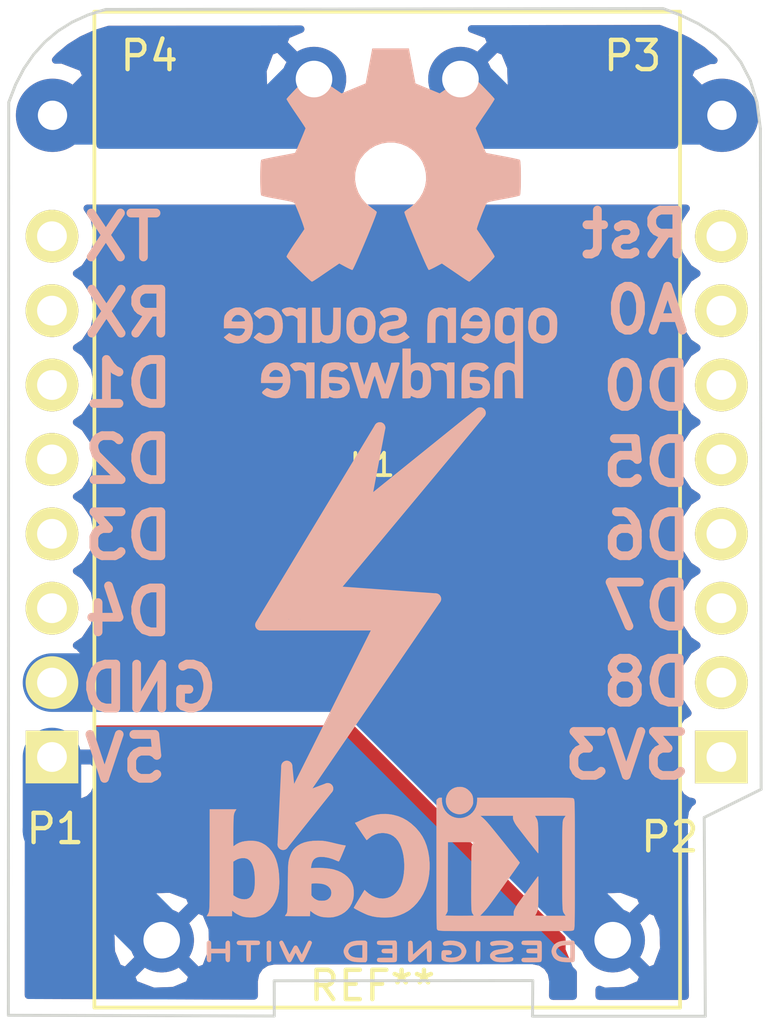
<source format=kicad_pcb>
(kicad_pcb (version 4) (host pcbnew 4.0.5+dfsg1-4)

  (general
    (links 4)
    (no_connects 0)
    (area 125.949806 78.348265 151.756027 112.850001)
    (thickness 1.6)
    (drawings 57)
    (tracks 8)
    (zones 0)
    (modules 8)
    (nets 19)
  )

  (page A4)
  (layers
    (0 F.Cu signal)
    (31 B.Cu signal)
    (32 B.Adhes user hide)
    (33 F.Adhes user hide)
    (34 B.Paste user hide)
    (35 F.Paste user hide)
    (36 B.SilkS user)
    (37 F.SilkS user)
    (38 B.Mask user)
    (39 F.Mask user)
    (40 Dwgs.User user hide)
    (41 Cmts.User user hide)
    (42 Eco1.User user hide)
    (43 Eco2.User user hide)
    (44 Edge.Cuts user)
    (45 Margin user hide)
    (46 B.CrtYd user hide)
    (47 F.CrtYd user hide)
    (48 B.Fab user hide)
    (49 F.Fab user hide)
  )

  (setup
    (last_trace_width 2)
    (trace_clearance 0.2)
    (zone_clearance 0.508)
    (zone_45_only yes)
    (trace_min 0.2)
    (segment_width 0.2)
    (edge_width 0.15)
    (via_size 0.6)
    (via_drill 0.4)
    (via_min_size 0.4)
    (via_min_drill 0.3)
    (uvia_size 0.3)
    (uvia_drill 0.1)
    (uvias_allowed no)
    (uvia_min_size 0.2)
    (uvia_min_drill 0.1)
    (pcb_text_width 0.3)
    (pcb_text_size 1.5 1.5)
    (mod_edge_width 0.15)
    (mod_text_size 1 1)
    (mod_text_width 0.15)
    (pad_size 2.032 1.7272)
    (pad_drill 1.016)
    (pad_to_mask_clearance 0.2)
    (aux_axis_origin 0 0)
    (visible_elements FFFFEF5F)
    (pcbplotparams
      (layerselection 0x010f0_80000001)
      (usegerberextensions true)
      (excludeedgelayer true)
      (linewidth 0.100000)
      (plotframeref false)
      (viasonmask false)
      (mode 1)
      (useauxorigin false)
      (hpglpennumber 1)
      (hpglpenspeed 20)
      (hpglpendiameter 15)
      (hpglpenoverlay 2)
      (psnegative false)
      (psa4output false)
      (plotreference true)
      (plotvalue true)
      (plotinvisibletext false)
      (padsonsilk false)
      (subtractmaskfromsilk false)
      (outputformat 1)
      (mirror false)
      (drillshape 0)
      (scaleselection 1)
      (outputdirectory output/))
  )

  (net 0 "")
  (net 1 /+5V)
  (net 2 /GND)
  (net 3 /D4)
  (net 4 /D3)
  (net 5 /D2)
  (net 6 /D1)
  (net 7 /RX)
  (net 8 /TX)
  (net 9 /+3.3V)
  (net 10 /D8)
  (net 11 /D7)
  (net 12 /D6)
  (net 13 /D5)
  (net 14 /D0)
  (net 15 /A0)
  (net 16 /RST)
  (net 17 "Net-(P3-Pad1)")
  (net 18 "Net-(P4-Pad1)")

  (net_class Default "This is the default net class."
    (clearance 0.2)
    (trace_width 2)
    (via_dia 0.6)
    (via_drill 0.4)
    (uvia_dia 0.3)
    (uvia_drill 0.1)
    (add_net /+3.3V)
    (add_net /+5V)
    (add_net /A0)
    (add_net /D0)
    (add_net /D1)
    (add_net /D2)
    (add_net /D3)
    (add_net /D4)
    (add_net /D5)
    (add_net /D6)
    (add_net /D7)
    (add_net /D8)
    (add_net /GND)
    (add_net /RST)
    (add_net /RX)
    (add_net /TX)
    (add_net "Net-(P3-Pad1)")
    (add_net "Net-(P4-Pad1)")
  )

  (module Symbols:OSHW-Logo_11.4x12mm_SilkScreen (layer B.Cu) (tedit 0) (tstamp 59A070DE)
    (at 139.065 85.725 180)
    (descr "Open Source Hardware Logo")
    (tags "Logo OSHW")
    (attr virtual)
    (fp_text reference REF*** (at 0 0 180) (layer B.SilkS) hide
      (effects (font (size 1 1) (thickness 0.15)) (justify mirror))
    )
    (fp_text value OSHW-Logo_11.4x12mm_SilkScreen (at 0.75 0 180) (layer B.Fab) hide
      (effects (font (size 1 1) (thickness 0.15)) (justify mirror))
    )
    (fp_poly (pts (xy -3.780091 -2.90956) (xy -3.727588 -2.935499) (xy -3.662842 -2.9807) (xy -3.615653 -3.029991)
      (xy -3.583335 -3.091885) (xy -3.563203 -3.174896) (xy -3.55257 -3.287538) (xy -3.548753 -3.438324)
      (xy -3.54853 -3.503149) (xy -3.549182 -3.645221) (xy -3.551888 -3.746757) (xy -3.557776 -3.817015)
      (xy -3.567973 -3.865256) (xy -3.583606 -3.900738) (xy -3.599872 -3.924943) (xy -3.703705 -4.027929)
      (xy -3.825979 -4.089874) (xy -3.957886 -4.108506) (xy -4.090616 -4.081549) (xy -4.132667 -4.062486)
      (xy -4.233334 -4.010015) (xy -4.233334 -4.832259) (xy -4.159865 -4.794267) (xy -4.063059 -4.764872)
      (xy -3.944072 -4.757342) (xy -3.825255 -4.771245) (xy -3.735527 -4.802476) (xy -3.661101 -4.861954)
      (xy -3.59751 -4.947066) (xy -3.592729 -4.955805) (xy -3.572563 -4.996966) (xy -3.557835 -5.038454)
      (xy -3.547697 -5.088713) (xy -3.541301 -5.156184) (xy -3.537799 -5.249309) (xy -3.536342 -5.376531)
      (xy -3.536079 -5.519701) (xy -3.536079 -5.976471) (xy -3.81 -5.976471) (xy -3.81 -5.134231)
      (xy -3.886617 -5.069763) (xy -3.966207 -5.018194) (xy -4.041578 -5.008818) (xy -4.117367 -5.032947)
      (xy -4.157759 -5.056574) (xy -4.187821 -5.090227) (xy -4.209203 -5.141087) (xy -4.22355 -5.216334)
      (xy -4.23251 -5.323146) (xy -4.23773 -5.468704) (xy -4.239569 -5.565588) (xy -4.245785 -5.96402)
      (xy -4.37652 -5.971547) (xy -4.507255 -5.979073) (xy -4.507255 -3.506582) (xy -4.233334 -3.506582)
      (xy -4.22635 -3.644423) (xy -4.202818 -3.740107) (xy -4.158865 -3.799641) (xy -4.090618 -3.829029)
      (xy -4.021667 -3.834902) (xy -3.943614 -3.828154) (xy -3.891811 -3.801594) (xy -3.859417 -3.766499)
      (xy -3.833916 -3.728752) (xy -3.818735 -3.6867) (xy -3.811981 -3.627779) (xy -3.811759 -3.539428)
      (xy -3.814032 -3.465448) (xy -3.819251 -3.354) (xy -3.827021 -3.280833) (xy -3.840105 -3.234422)
      (xy -3.861268 -3.203244) (xy -3.88124 -3.185223) (xy -3.964686 -3.145925) (xy -4.063449 -3.139579)
      (xy -4.120159 -3.153116) (xy -4.176308 -3.201233) (xy -4.213501 -3.294833) (xy -4.231528 -3.433254)
      (xy -4.233334 -3.506582) (xy -4.507255 -3.506582) (xy -4.507255 -2.888628) (xy -4.370295 -2.888628)
      (xy -4.288065 -2.891879) (xy -4.24564 -2.903426) (xy -4.233339 -2.925952) (xy -4.233334 -2.92662)
      (xy -4.227626 -2.948681) (xy -4.202453 -2.946176) (xy -4.152402 -2.921935) (xy -4.035781 -2.884851)
      (xy -3.904571 -2.880953) (xy -3.780091 -2.90956)) (layer B.SilkS) (width 0.01))
    (fp_poly (pts (xy -2.74128 -4.765922) (xy -2.62413 -4.79718) (xy -2.534949 -4.853837) (xy -2.472016 -4.928045)
      (xy -2.452452 -4.959716) (xy -2.438008 -4.992891) (xy -2.427911 -5.035329) (xy -2.421385 -5.094788)
      (xy -2.417658 -5.179029) (xy -2.415954 -5.29581) (xy -2.4155 -5.45289) (xy -2.415491 -5.494565)
      (xy -2.415491 -5.976471) (xy -2.53502 -5.976471) (xy -2.611261 -5.971131) (xy -2.667634 -5.957604)
      (xy -2.681758 -5.949262) (xy -2.72037 -5.934864) (xy -2.759808 -5.949262) (xy -2.824738 -5.967237)
      (xy -2.919055 -5.974472) (xy -3.023593 -5.971333) (xy -3.119189 -5.958186) (xy -3.175 -5.941318)
      (xy -3.283002 -5.871986) (xy -3.350497 -5.775772) (xy -3.380841 -5.647844) (xy -3.381123 -5.644559)
      (xy -3.37846 -5.587808) (xy -3.137647 -5.587808) (xy -3.116595 -5.652358) (xy -3.082303 -5.688686)
      (xy -3.013468 -5.716162) (xy -2.92261 -5.727129) (xy -2.829958 -5.721731) (xy -2.755744 -5.70011)
      (xy -2.734951 -5.686239) (xy -2.698619 -5.622143) (xy -2.689412 -5.549278) (xy -2.689412 -5.45353)
      (xy -2.827173 -5.45353) (xy -2.958047 -5.463605) (xy -3.057259 -5.492148) (xy -3.118977 -5.536639)
      (xy -3.137647 -5.587808) (xy -3.37846 -5.587808) (xy -3.374564 -5.50479) (xy -3.328466 -5.394282)
      (xy -3.2418 -5.310712) (xy -3.229821 -5.30311) (xy -3.178345 -5.278357) (xy -3.114632 -5.263368)
      (xy -3.025565 -5.256082) (xy -2.919755 -5.254407) (xy -2.689412 -5.254314) (xy -2.689412 -5.157755)
      (xy -2.699183 -5.082836) (xy -2.724116 -5.032644) (xy -2.727035 -5.029972) (xy -2.782519 -5.008015)
      (xy -2.866273 -4.999505) (xy -2.958833 -5.003687) (xy -3.04073 -5.019809) (xy -3.089327 -5.04399)
      (xy -3.115659 -5.063359) (xy -3.143465 -5.067057) (xy -3.181839 -5.051188) (xy -3.239875 -5.011855)
      (xy -3.326669 -4.945164) (xy -3.334635 -4.938916) (xy -3.330553 -4.9158) (xy -3.296499 -4.877352)
      (xy -3.24474 -4.834627) (xy -3.187545 -4.798679) (xy -3.169575 -4.790191) (xy -3.104028 -4.773252)
      (xy -3.00798 -4.76117) (xy -2.900671 -4.756323) (xy -2.895653 -4.756313) (xy -2.74128 -4.765922)) (layer B.SilkS) (width 0.01))
    (fp_poly (pts (xy -1.967236 -4.758921) (xy -1.92997 -4.770091) (xy -1.917957 -4.794633) (xy -1.917451 -4.805712)
      (xy -1.915296 -4.836572) (xy -1.900449 -4.841417) (xy -1.860343 -4.82026) (xy -1.83652 -4.805806)
      (xy -1.761362 -4.77485) (xy -1.671594 -4.759544) (xy -1.577471 -4.758367) (xy -1.489246 -4.769799)
      (xy -1.417174 -4.79232) (xy -1.371508 -4.824409) (xy -1.362502 -4.864545) (xy -1.367047 -4.875415)
      (xy -1.400179 -4.920534) (xy -1.451555 -4.976026) (xy -1.460848 -4.984996) (xy -1.509818 -5.026245)
      (xy -1.552069 -5.039572) (xy -1.611159 -5.030271) (xy -1.634831 -5.02409) (xy -1.708496 -5.009246)
      (xy -1.76029 -5.015921) (xy -1.804031 -5.039465) (xy -1.844098 -5.071061) (xy -1.873608 -5.110798)
      (xy -1.894116 -5.166252) (xy -1.907176 -5.245003) (xy -1.914344 -5.354629) (xy -1.917176 -5.502706)
      (xy -1.917451 -5.592111) (xy -1.917451 -5.976471) (xy -2.166471 -5.976471) (xy -2.166471 -4.756275)
      (xy -2.041961 -4.756275) (xy -1.967236 -4.758921)) (layer B.SilkS) (width 0.01))
    (fp_poly (pts (xy -0.398432 -5.976471) (xy -0.535393 -5.976471) (xy -0.614889 -5.97414) (xy -0.656292 -5.964488)
      (xy -0.671199 -5.943525) (xy -0.672353 -5.929351) (xy -0.674867 -5.900927) (xy -0.69072 -5.895475)
      (xy -0.732379 -5.912998) (xy -0.764776 -5.929351) (xy -0.889151 -5.968103) (xy -1.024354 -5.970346)
      (xy -1.134274 -5.941444) (xy -1.236634 -5.871619) (xy -1.31466 -5.768555) (xy -1.357386 -5.646989)
      (xy -1.358474 -5.640192) (xy -1.364822 -5.566032) (xy -1.367979 -5.45957) (xy -1.367725 -5.379052)
      (xy -1.095711 -5.379052) (xy -1.08941 -5.48607) (xy -1.075075 -5.574278) (xy -1.055669 -5.62409)
      (xy -0.982254 -5.692162) (xy -0.895086 -5.716564) (xy -0.805196 -5.696831) (xy -0.728383 -5.637968)
      (xy -0.699292 -5.598379) (xy -0.682283 -5.551138) (xy -0.674316 -5.482181) (xy -0.672353 -5.378607)
      (xy -0.675866 -5.276039) (xy -0.685143 -5.185921) (xy -0.698294 -5.125613) (xy -0.700486 -5.120208)
      (xy -0.753522 -5.05594) (xy -0.830933 -5.020656) (xy -0.917546 -5.014959) (xy -0.998193 -5.039453)
      (xy -1.057703 -5.094742) (xy -1.063876 -5.105743) (xy -1.083199 -5.172827) (xy -1.093726 -5.269284)
      (xy -1.095711 -5.379052) (xy -1.367725 -5.379052) (xy -1.367596 -5.338225) (xy -1.365806 -5.272918)
      (xy -1.353627 -5.111355) (xy -1.328315 -4.990053) (xy -1.286207 -4.900379) (xy -1.223641 -4.833699)
      (xy -1.1629 -4.794557) (xy -1.078036 -4.76704) (xy -0.972485 -4.757603) (xy -0.864402 -4.76529)
      (xy -0.771942 -4.789146) (xy -0.72309 -4.817685) (xy -0.672353 -4.863601) (xy -0.672353 -4.283137)
      (xy -0.398432 -4.283137) (xy -0.398432 -5.976471)) (layer B.SilkS) (width 0.01))
    (fp_poly (pts (xy 0.557528 -4.761332) (xy 0.656014 -4.768726) (xy 0.784776 -5.154706) (xy 0.913537 -5.540686)
      (xy 0.953911 -5.403726) (xy 0.978207 -5.319083) (xy 1.010167 -5.204697) (xy 1.044679 -5.078963)
      (xy 1.062928 -5.01152) (xy 1.131571 -4.756275) (xy 1.414773 -4.756275) (xy 1.330122 -5.023971)
      (xy 1.288435 -5.155638) (xy 1.238074 -5.314458) (xy 1.185481 -5.480128) (xy 1.13853 -5.627843)
      (xy 1.031589 -5.96402) (xy 0.800661 -5.979044) (xy 0.73805 -5.772316) (xy 0.699438 -5.643896)
      (xy 0.6573 -5.502322) (xy 0.620472 -5.377285) (xy 0.619018 -5.372309) (xy 0.591511 -5.287586)
      (xy 0.567242 -5.229778) (xy 0.550243 -5.207918) (xy 0.54675 -5.210446) (xy 0.53449 -5.244336)
      (xy 0.511195 -5.31693) (xy 0.4797 -5.419101) (xy 0.442842 -5.54172) (xy 0.422899 -5.609167)
      (xy 0.314895 -5.976471) (xy 0.085679 -5.976471) (xy -0.097561 -5.3975) (xy -0.149037 -5.235091)
      (xy -0.19593 -5.087602) (xy -0.236023 -4.96196) (xy -0.267103 -4.865095) (xy -0.286955 -4.803934)
      (xy -0.292989 -4.786065) (xy -0.288212 -4.767768) (xy -0.250703 -4.759755) (xy -0.172645 -4.760557)
      (xy -0.160426 -4.761163) (xy -0.015674 -4.768726) (xy 0.07913 -5.117353) (xy 0.113977 -5.244497)
      (xy 0.145117 -5.356265) (xy 0.169809 -5.442953) (xy 0.185312 -5.494856) (xy 0.188176 -5.503318)
      (xy 0.200046 -5.493587) (xy 0.223983 -5.443172) (xy 0.257239 -5.358935) (xy 0.297064 -5.247741)
      (xy 0.33073 -5.147297) (xy 0.459041 -4.753939) (xy 0.557528 -4.761332)) (layer B.SilkS) (width 0.01))
    (fp_poly (pts (xy 2.056459 -4.763669) (xy 2.16142 -4.789163) (xy 2.191761 -4.802669) (xy 2.250573 -4.838046)
      (xy 2.295709 -4.87789) (xy 2.329106 -4.92912) (xy 2.352701 -4.998654) (xy 2.368433 -5.093409)
      (xy 2.378239 -5.220305) (xy 2.384057 -5.386258) (xy 2.386266 -5.497108) (xy 2.394396 -5.976471)
      (xy 2.255531 -5.976471) (xy 2.171287 -5.972938) (xy 2.127884 -5.960866) (xy 2.116666 -5.940594)
      (xy 2.110744 -5.918674) (xy 2.084266 -5.922865) (xy 2.048186 -5.940441) (xy 1.957862 -5.967382)
      (xy 1.841777 -5.974642) (xy 1.71968 -5.962767) (xy 1.611321 -5.932305) (xy 1.601602 -5.928077)
      (xy 1.502568 -5.858505) (xy 1.437281 -5.761789) (xy 1.40724 -5.648738) (xy 1.409535 -5.608122)
      (xy 1.654633 -5.608122) (xy 1.676229 -5.662782) (xy 1.740259 -5.701952) (xy 1.843565 -5.722974)
      (xy 1.898774 -5.725766) (xy 1.990782 -5.71862) (xy 2.051941 -5.690848) (xy 2.066862 -5.677647)
      (xy 2.107287 -5.605829) (xy 2.116666 -5.540686) (xy 2.116666 -5.45353) (xy 1.995269 -5.45353)
      (xy 1.854153 -5.460722) (xy 1.755173 -5.483345) (xy 1.692633 -5.522964) (xy 1.678631 -5.540628)
      (xy 1.654633 -5.608122) (xy 1.409535 -5.608122) (xy 1.413941 -5.530157) (xy 1.45888 -5.416855)
      (xy 1.520196 -5.340285) (xy 1.557332 -5.307181) (xy 1.593687 -5.285425) (xy 1.64099 -5.272161)
      (xy 1.710973 -5.264528) (xy 1.815364 -5.25967) (xy 1.85677 -5.258273) (xy 2.116666 -5.24978)
      (xy 2.116285 -5.171116) (xy 2.106219 -5.088428) (xy 2.069829 -5.038431) (xy 1.996311 -5.006489)
      (xy 1.994339 -5.00592) (xy 1.890105 -4.993361) (xy 1.788108 -5.009766) (xy 1.712305 -5.049657)
      (xy 1.68189 -5.069354) (xy 1.649132 -5.066629) (xy 1.598721 -5.038091) (xy 1.569119 -5.01795)
      (xy 1.511218 -4.974919) (xy 1.475352 -4.942662) (xy 1.469597 -4.933427) (xy 1.493295 -4.885636)
      (xy 1.563313 -4.828562) (xy 1.593725 -4.809305) (xy 1.681155 -4.77614) (xy 1.798983 -4.75735)
      (xy 1.929866 -4.753129) (xy 2.056459 -4.763669)) (layer B.SilkS) (width 0.01))
    (fp_poly (pts (xy 3.238446 -4.755883) (xy 3.334177 -4.774755) (xy 3.388677 -4.802699) (xy 3.446008 -4.849123)
      (xy 3.364441 -4.952111) (xy 3.31415 -5.014479) (xy 3.280001 -5.044907) (xy 3.246063 -5.049555)
      (xy 3.196406 -5.034586) (xy 3.173096 -5.026117) (xy 3.078063 -5.013622) (xy 2.991032 -5.040406)
      (xy 2.927138 -5.100915) (xy 2.916759 -5.120208) (xy 2.905456 -5.171314) (xy 2.896732 -5.2655)
      (xy 2.890997 -5.396089) (xy 2.88866 -5.556405) (xy 2.888627 -5.579211) (xy 2.888627 -5.976471)
      (xy 2.614705 -5.976471) (xy 2.614705 -4.756275) (xy 2.751666 -4.756275) (xy 2.830638 -4.758337)
      (xy 2.871779 -4.767513) (xy 2.886992 -4.78829) (xy 2.888627 -4.807886) (xy 2.888627 -4.859497)
      (xy 2.95424 -4.807886) (xy 3.029475 -4.772675) (xy 3.130544 -4.755265) (xy 3.238446 -4.755883)) (layer B.SilkS) (width 0.01))
    (fp_poly (pts (xy 4.025307 -4.762784) (xy 4.144337 -4.793731) (xy 4.244021 -4.8576) (xy 4.292288 -4.905313)
      (xy 4.371408 -5.018106) (xy 4.416752 -5.14895) (xy 4.43233 -5.309792) (xy 4.43241 -5.322794)
      (xy 4.432549 -5.45353) (xy 3.680091 -5.45353) (xy 3.69613 -5.52201) (xy 3.725091 -5.584031)
      (xy 3.775778 -5.648654) (xy 3.786379 -5.658971) (xy 3.877494 -5.714805) (xy 3.9814 -5.724275)
      (xy 4.101 -5.68754) (xy 4.121274 -5.677647) (xy 4.183456 -5.647574) (xy 4.225106 -5.63044)
      (xy 4.232373 -5.628855) (xy 4.25774 -5.644242) (xy 4.30612 -5.681887) (xy 4.330679 -5.702459)
      (xy 4.38157 -5.749714) (xy 4.398281 -5.780917) (xy 4.386683 -5.80962) (xy 4.380483 -5.817468)
      (xy 4.338493 -5.851819) (xy 4.269206 -5.893565) (xy 4.220882 -5.917935) (xy 4.083711 -5.960873)
      (xy 3.931847 -5.974786) (xy 3.788024 -5.9583) (xy 3.747745 -5.946496) (xy 3.623078 -5.879689)
      (xy 3.530671 -5.776892) (xy 3.46999 -5.637105) (xy 3.440498 -5.45933) (xy 3.43726 -5.366373)
      (xy 3.446714 -5.231033) (xy 3.68549 -5.231033) (xy 3.708584 -5.241038) (xy 3.770662 -5.248888)
      (xy 3.860914 -5.253521) (xy 3.922058 -5.254314) (xy 4.03204 -5.253549) (xy 4.101457 -5.24997)
      (xy 4.139538 -5.241649) (xy 4.155515 -5.226657) (xy 4.158627 -5.204903) (xy 4.137278 -5.137892)
      (xy 4.083529 -5.071664) (xy 4.012822 -5.020832) (xy 3.942089 -5.000038) (xy 3.846016 -5.018484)
      (xy 3.762849 -5.071811) (xy 3.705186 -5.148677) (xy 3.68549 -5.231033) (xy 3.446714 -5.231033)
      (xy 3.451028 -5.169291) (xy 3.49352 -5.012271) (xy 3.565635 -4.894069) (xy 3.668273 -4.81344)
      (xy 3.802332 -4.769139) (xy 3.874957 -4.760607) (xy 4.025307 -4.762784)) (layer B.SilkS) (width 0.01))
    (fp_poly (pts (xy -5.026753 -2.901568) (xy -4.896478 -2.959163) (xy -4.797581 -3.055334) (xy -4.729918 -3.190229)
      (xy -4.693345 -3.363996) (xy -4.690724 -3.391126) (xy -4.68867 -3.582408) (xy -4.715301 -3.750073)
      (xy -4.768999 -3.885967) (xy -4.797753 -3.929681) (xy -4.897909 -4.022198) (xy -5.025463 -4.082119)
      (xy -5.168163 -4.106985) (xy -5.31376 -4.094339) (xy -5.424438 -4.055391) (xy -5.519616 -3.989755)
      (xy -5.597406 -3.903699) (xy -5.598751 -3.901685) (xy -5.630343 -3.84857) (xy -5.650873 -3.79516)
      (xy -5.663305 -3.727754) (xy -5.670603 -3.632653) (xy -5.673818 -3.554666) (xy -5.675156 -3.483944)
      (xy -5.426186 -3.483944) (xy -5.423753 -3.554348) (xy -5.41492 -3.648068) (xy -5.399336 -3.708214)
      (xy -5.371234 -3.751006) (xy -5.344914 -3.776002) (xy -5.251608 -3.828338) (xy -5.15398 -3.835333)
      (xy -5.063058 -3.797676) (xy -5.017598 -3.755479) (xy -4.984838 -3.712956) (xy -4.965677 -3.672267)
      (xy -4.957267 -3.619314) (xy -4.956763 -3.539997) (xy -4.959355 -3.46695) (xy -4.964929 -3.362601)
      (xy -4.973766 -3.29492) (xy -4.989693 -3.250774) (xy -5.016538 -3.217031) (xy -5.037811 -3.197746)
      (xy -5.126794 -3.147086) (xy -5.222789 -3.14456) (xy -5.303281 -3.174567) (xy -5.371947 -3.237231)
      (xy -5.412856 -3.340168) (xy -5.426186 -3.483944) (xy -5.675156 -3.483944) (xy -5.676754 -3.399582)
      (xy -5.67174 -3.2836) (xy -5.656717 -3.196367) (xy -5.629624 -3.12753) (xy -5.5884 -3.066737)
      (xy -5.573115 -3.048686) (xy -5.477546 -2.958746) (xy -5.375039 -2.906211) (xy -5.249679 -2.884201)
      (xy -5.18855 -2.882402) (xy -5.026753 -2.901568)) (layer B.SilkS) (width 0.01))
    (fp_poly (pts (xy -2.686796 -2.916354) (xy -2.661981 -2.928037) (xy -2.576094 -2.990951) (xy -2.494879 -3.082769)
      (xy -2.434236 -3.183868) (xy -2.416988 -3.230349) (xy -2.401251 -3.313376) (xy -2.391867 -3.413713)
      (xy -2.390728 -3.455147) (xy -2.390589 -3.585882) (xy -3.143047 -3.585882) (xy -3.127007 -3.654363)
      (xy -3.087637 -3.735355) (xy -3.018806 -3.805351) (xy -2.936919 -3.850441) (xy -2.884737 -3.859804)
      (xy -2.813971 -3.848441) (xy -2.72954 -3.819943) (xy -2.700858 -3.806831) (xy -2.594791 -3.753858)
      (xy -2.504272 -3.822901) (xy -2.452039 -3.869597) (xy -2.424247 -3.90814) (xy -2.42284 -3.919452)
      (xy -2.447668 -3.946868) (xy -2.502083 -3.988532) (xy -2.551472 -4.021037) (xy -2.684748 -4.079468)
      (xy -2.834161 -4.105915) (xy -2.982249 -4.099039) (xy -3.100295 -4.063096) (xy -3.221982 -3.986101)
      (xy -3.30846 -3.884728) (xy -3.362559 -3.75357) (xy -3.387109 -3.587224) (xy -3.389286 -3.511108)
      (xy -3.380573 -3.336685) (xy -3.379503 -3.331611) (xy -3.130173 -3.331611) (xy -3.123306 -3.347968)
      (xy -3.095083 -3.356988) (xy -3.036873 -3.360854) (xy -2.940042 -3.361749) (xy -2.902757 -3.361765)
      (xy -2.789317 -3.360413) (xy -2.717378 -3.355505) (xy -2.678687 -3.34576) (xy -2.664995 -3.329899)
      (xy -2.66451 -3.324805) (xy -2.680137 -3.284326) (xy -2.719247 -3.227621) (xy -2.736061 -3.207766)
      (xy -2.798481 -3.151611) (xy -2.863547 -3.129532) (xy -2.898603 -3.127686) (xy -2.993442 -3.150766)
      (xy -3.072973 -3.212759) (xy -3.123423 -3.302802) (xy -3.124317 -3.305735) (xy -3.130173 -3.331611)
      (xy -3.379503 -3.331611) (xy -3.351601 -3.199343) (xy -3.29941 -3.089461) (xy -3.235579 -3.011461)
      (xy -3.117567 -2.926882) (xy -2.978842 -2.881686) (xy -2.83129 -2.8776) (xy -2.686796 -2.916354)) (layer B.SilkS) (width 0.01))
    (fp_poly (pts (xy 0.027759 -2.884345) (xy 0.122059 -2.902229) (xy 0.21989 -2.939633) (xy 0.230343 -2.944402)
      (xy 0.304531 -2.983412) (xy 0.35591 -3.019664) (xy 0.372517 -3.042887) (xy 0.356702 -3.080761)
      (xy 0.318288 -3.136644) (xy 0.301237 -3.157505) (xy 0.230969 -3.239618) (xy 0.140379 -3.186168)
      (xy 0.054164 -3.150561) (xy -0.045451 -3.131529) (xy -0.140981 -3.130326) (xy -0.214939 -3.14821)
      (xy -0.232688 -3.159373) (xy -0.266488 -3.210553) (xy -0.270596 -3.269509) (xy -0.245304 -3.315567)
      (xy -0.230344 -3.324499) (xy -0.185514 -3.335592) (xy -0.106714 -3.34863) (xy -0.009574 -3.361088)
      (xy 0.008346 -3.363042) (xy 0.164365 -3.39003) (xy 0.277523 -3.435873) (xy 0.352569 -3.504803)
      (xy 0.394253 -3.601054) (xy 0.407238 -3.718617) (xy 0.389299 -3.852254) (xy 0.33105 -3.957195)
      (xy 0.232255 -4.03363) (xy 0.092682 -4.081748) (xy -0.062255 -4.100732) (xy -0.188602 -4.100504)
      (xy -0.291087 -4.083262) (xy -0.361079 -4.059457) (xy -0.449517 -4.017978) (xy -0.531246 -3.969842)
      (xy -0.560295 -3.948655) (xy -0.635 -3.887676) (xy -0.544902 -3.796508) (xy -0.454804 -3.705339)
      (xy -0.352368 -3.773128) (xy -0.249626 -3.824042) (xy -0.139913 -3.850673) (xy -0.034449 -3.853483)
      (xy 0.055546 -3.832935) (xy 0.118854 -3.789493) (xy 0.139296 -3.752838) (xy 0.136229 -3.694053)
      (xy 0.085434 -3.649099) (xy -0.012952 -3.618057) (xy -0.120744 -3.60371) (xy -0.286635 -3.576337)
      (xy -0.409876 -3.524693) (xy -0.492114 -3.447266) (xy -0.534999 -3.342544) (xy -0.54094 -3.218387)
      (xy -0.511594 -3.088702) (xy -0.444691 -2.990677) (xy -0.339629 -2.923866) (xy -0.19581 -2.88782)
      (xy -0.089262 -2.880754) (xy 0.027759 -2.884345)) (layer B.SilkS) (width 0.01))
    (fp_poly (pts (xy 1.209547 -2.903364) (xy 1.335502 -2.971959) (xy 1.434047 -3.080245) (xy 1.480478 -3.168315)
      (xy 1.500412 -3.246101) (xy 1.513328 -3.356993) (xy 1.518863 -3.484738) (xy 1.516654 -3.613084)
      (xy 1.506337 -3.725779) (xy 1.494286 -3.785969) (xy 1.453634 -3.868311) (xy 1.38323 -3.95577)
      (xy 1.298382 -4.032251) (xy 1.214397 -4.081655) (xy 1.212349 -4.082439) (xy 1.108134 -4.104027)
      (xy 0.984627 -4.104562) (xy 0.867261 -4.084908) (xy 0.821942 -4.069155) (xy 0.70522 -4.002966)
      (xy 0.621624 -3.916246) (xy 0.566701 -3.801438) (xy 0.535995 -3.650982) (xy 0.529047 -3.572173)
      (xy 0.529933 -3.473145) (xy 0.796862 -3.473145) (xy 0.805854 -3.617645) (xy 0.831736 -3.72776)
      (xy 0.872868 -3.798116) (xy 0.902172 -3.818235) (xy 0.977251 -3.832265) (xy 1.066494 -3.828111)
      (xy 1.14365 -3.807922) (xy 1.163883 -3.796815) (xy 1.217265 -3.732123) (xy 1.2525 -3.633119)
      (xy 1.267498 -3.512632) (xy 1.260172 -3.383494) (xy 1.243799 -3.305775) (xy 1.19679 -3.215771)
      (xy 1.122582 -3.159509) (xy 1.033209 -3.140057) (xy 0.940707 -3.160481) (xy 0.869653 -3.210437)
      (xy 0.832312 -3.251655) (xy 0.810518 -3.292281) (xy 0.80013 -3.347264) (xy 0.797006 -3.431549)
      (xy 0.796862 -3.473145) (xy 0.529933 -3.473145) (xy 0.53093 -3.361874) (xy 0.56518 -3.189423)
      (xy 0.631802 -3.054814) (xy 0.730799 -2.95804) (xy 0.862175 -2.899094) (xy 0.890385 -2.892259)
      (xy 1.059926 -2.876213) (xy 1.209547 -2.903364)) (layer B.SilkS) (width 0.01))
    (fp_poly (pts (xy 1.967254 -3.276245) (xy 1.969608 -3.458879) (xy 1.978207 -3.5976) (xy 1.99536 -3.698147)
      (xy 2.023374 -3.766254) (xy 2.064557 -3.807659) (xy 2.121217 -3.828097) (xy 2.191372 -3.833318)
      (xy 2.264848 -3.827468) (xy 2.320657 -3.806093) (xy 2.361109 -3.763458) (xy 2.388509 -3.693825)
      (xy 2.405167 -3.59146) (xy 2.413389 -3.450624) (xy 2.41549 -3.276245) (xy 2.41549 -2.888628)
      (xy 2.689411 -2.888628) (xy 2.689411 -4.083922) (xy 2.552451 -4.083922) (xy 2.469884 -4.080576)
      (xy 2.427368 -4.068826) (xy 2.41549 -4.04652) (xy 2.408336 -4.026654) (xy 2.379865 -4.030857)
      (xy 2.322476 -4.058971) (xy 2.190945 -4.102342) (xy 2.051438 -4.09927) (xy 1.917765 -4.052174)
      (xy 1.854108 -4.014971) (xy 1.805553 -3.974691) (xy 1.770081 -3.924291) (xy 1.745674 -3.856729)
      (xy 1.730313 -3.764965) (xy 1.721982 -3.641955) (xy 1.718662 -3.480659) (xy 1.718235 -3.355928)
      (xy 1.718235 -2.888628) (xy 1.967254 -2.888628) (xy 1.967254 -3.276245)) (layer B.SilkS) (width 0.01))
    (fp_poly (pts (xy 4.390976 -2.899056) (xy 4.535256 -2.960348) (xy 4.580699 -2.990185) (xy 4.638779 -3.036036)
      (xy 4.675238 -3.072089) (xy 4.681568 -3.083832) (xy 4.663693 -3.109889) (xy 4.61795 -3.154105)
      (xy 4.581328 -3.184965) (xy 4.481088 -3.26552) (xy 4.401935 -3.198918) (xy 4.340769 -3.155921)
      (xy 4.281129 -3.141079) (xy 4.212872 -3.144704) (xy 4.104482 -3.171652) (xy 4.029872 -3.227587)
      (xy 3.98453 -3.318014) (xy 3.963947 -3.448435) (xy 3.963942 -3.448517) (xy 3.965722 -3.59429)
      (xy 3.993387 -3.701245) (xy 4.048571 -3.774064) (xy 4.086192 -3.798723) (xy 4.186105 -3.829431)
      (xy 4.292822 -3.829449) (xy 4.385669 -3.799655) (xy 4.407647 -3.785098) (xy 4.462765 -3.747914)
      (xy 4.505859 -3.74182) (xy 4.552335 -3.769496) (xy 4.603716 -3.819205) (xy 4.685046 -3.903116)
      (xy 4.594749 -3.977546) (xy 4.455236 -4.061549) (xy 4.297912 -4.102947) (xy 4.133503 -4.09995)
      (xy 4.025531 -4.0725) (xy 3.899331 -4.00462) (xy 3.798401 -3.897831) (xy 3.752548 -3.822451)
      (xy 3.71541 -3.714297) (xy 3.696827 -3.577318) (xy 3.696684 -3.428864) (xy 3.714865 -3.286281)
      (xy 3.751255 -3.166918) (xy 3.756987 -3.15468) (xy 3.841865 -3.034655) (xy 3.956782 -2.947267)
      (xy 4.092659 -2.894329) (xy 4.240417 -2.877654) (xy 4.390976 -2.899056)) (layer B.SilkS) (width 0.01))
    (fp_poly (pts (xy 5.303287 -2.884355) (xy 5.367051 -2.899845) (xy 5.4893 -2.956569) (xy 5.593834 -3.043202)
      (xy 5.66618 -3.147074) (xy 5.676119 -3.170396) (xy 5.689754 -3.231484) (xy 5.699298 -3.321853)
      (xy 5.702549 -3.41319) (xy 5.702549 -3.585882) (xy 5.34147 -3.585882) (xy 5.192546 -3.586445)
      (xy 5.087632 -3.589864) (xy 5.020937 -3.598731) (xy 4.986666 -3.615641) (xy 4.979028 -3.643189)
      (xy 4.992229 -3.683968) (xy 5.015877 -3.731683) (xy 5.081843 -3.811314) (xy 5.173512 -3.850987)
      (xy 5.285555 -3.849695) (xy 5.412472 -3.806514) (xy 5.522158 -3.753224) (xy 5.613173 -3.825191)
      (xy 5.704188 -3.897157) (xy 5.618563 -3.976269) (xy 5.50425 -4.051017) (xy 5.363666 -4.096084)
      (xy 5.212449 -4.108696) (xy 5.066236 -4.086079) (xy 5.042647 -4.078405) (xy 4.914141 -4.011296)
      (xy 4.818551 -3.911247) (xy 4.753861 -3.775271) (xy 4.718057 -3.60038) (xy 4.71764 -3.596632)
      (xy 4.714434 -3.406032) (xy 4.727393 -3.338035) (xy 4.980392 -3.338035) (xy 5.003627 -3.348491)
      (xy 5.06671 -3.3565) (xy 5.159706 -3.361073) (xy 5.218638 -3.361765) (xy 5.328537 -3.361332)
      (xy 5.397252 -3.358578) (xy 5.433405 -3.351321) (xy 5.445615 -3.337376) (xy 5.442504 -3.314562)
      (xy 5.439894 -3.305735) (xy 5.395344 -3.2228) (xy 5.325279 -3.15596) (xy 5.263446 -3.126589)
      (xy 5.181301 -3.128362) (xy 5.098062 -3.16499) (xy 5.028238 -3.225634) (xy 4.986337 -3.299456)
      (xy 4.980392 -3.338035) (xy 4.727393 -3.338035) (xy 4.746385 -3.238395) (xy 4.809773 -3.097711)
      (xy 4.900878 -2.987974) (xy 5.015978 -2.913174) (xy 5.151355 -2.877304) (xy 5.303287 -2.884355)) (layer B.SilkS) (width 0.01))
    (fp_poly (pts (xy -1.49324 -2.909199) (xy -1.431264 -2.938802) (xy -1.371241 -2.981561) (xy -1.325514 -3.030775)
      (xy -1.292207 -3.093544) (xy -1.269445 -3.176971) (xy -1.255353 -3.288159) (xy -1.248058 -3.434209)
      (xy -1.245682 -3.622223) (xy -1.245645 -3.641912) (xy -1.245098 -4.083922) (xy -1.51902 -4.083922)
      (xy -1.51902 -3.676435) (xy -1.519215 -3.525471) (xy -1.520564 -3.416056) (xy -1.524212 -3.339933)
      (xy -1.531304 -3.288848) (xy -1.542987 -3.254545) (xy -1.560406 -3.228768) (xy -1.584671 -3.203298)
      (xy -1.669565 -3.148571) (xy -1.762239 -3.138416) (xy -1.850527 -3.173017) (xy -1.88123 -3.19877)
      (xy -1.903771 -3.222982) (xy -1.919954 -3.248912) (xy -1.930832 -3.284708) (xy -1.937458 -3.338519)
      (xy -1.940885 -3.418493) (xy -1.942166 -3.532779) (xy -1.942353 -3.671907) (xy -1.942353 -4.083922)
      (xy -2.216275 -4.083922) (xy -2.216275 -2.888628) (xy -2.079314 -2.888628) (xy -1.997084 -2.891879)
      (xy -1.95466 -2.903426) (xy -1.942359 -2.925952) (xy -1.942353 -2.92662) (xy -1.936646 -2.948681)
      (xy -1.911473 -2.946177) (xy -1.861422 -2.921937) (xy -1.747906 -2.886271) (xy -1.618055 -2.882305)
      (xy -1.49324 -2.909199)) (layer B.SilkS) (width 0.01))
    (fp_poly (pts (xy 3.563637 -2.887472) (xy 3.64929 -2.913641) (xy 3.704437 -2.946707) (xy 3.722401 -2.972855)
      (xy 3.717457 -3.003852) (xy 3.685372 -3.052547) (xy 3.658243 -3.087035) (xy 3.602317 -3.149383)
      (xy 3.560299 -3.175615) (xy 3.52448 -3.173903) (xy 3.418224 -3.146863) (xy 3.340189 -3.148091)
      (xy 3.27682 -3.178735) (xy 3.255546 -3.19667) (xy 3.187451 -3.259779) (xy 3.187451 -4.083922)
      (xy 2.913529 -4.083922) (xy 2.913529 -2.888628) (xy 3.05049 -2.888628) (xy 3.132719 -2.891879)
      (xy 3.175144 -2.903426) (xy 3.187445 -2.925952) (xy 3.187451 -2.92662) (xy 3.19326 -2.950215)
      (xy 3.219531 -2.947138) (xy 3.255931 -2.930115) (xy 3.331111 -2.898439) (xy 3.392158 -2.879381)
      (xy 3.470708 -2.874496) (xy 3.563637 -2.887472)) (layer B.SilkS) (width 0.01))
    (fp_poly (pts (xy 0.746535 5.366828) (xy 0.859117 4.769637) (xy 1.274531 4.59839) (xy 1.689944 4.427143)
      (xy 2.188302 4.766022) (xy 2.327868 4.860378) (xy 2.454028 4.944625) (xy 2.560895 5.014917)
      (xy 2.642582 5.067408) (xy 2.693201 5.098251) (xy 2.706986 5.104902) (xy 2.73182 5.087797)
      (xy 2.784888 5.040511) (xy 2.86024 4.969083) (xy 2.951929 4.879555) (xy 3.054007 4.777966)
      (xy 3.160526 4.670357) (xy 3.265536 4.562768) (xy 3.363091 4.46124) (xy 3.447242 4.371814)
      (xy 3.51204 4.300529) (xy 3.551538 4.253427) (xy 3.56098 4.237663) (xy 3.547391 4.208602)
      (xy 3.509293 4.144934) (xy 3.450694 4.052888) (xy 3.375597 3.938691) (xy 3.288009 3.808571)
      (xy 3.237254 3.734354) (xy 3.144745 3.598833) (xy 3.06254 3.476539) (xy 2.99463 3.37356)
      (xy 2.945 3.295982) (xy 2.91764 3.249894) (xy 2.913529 3.240208) (xy 2.922849 3.212681)
      (xy 2.948254 3.148527) (xy 2.985911 3.056765) (xy 3.031986 2.946416) (xy 3.082646 2.8265)
      (xy 3.134059 2.706036) (xy 3.182389 2.594046) (xy 3.223806 2.499548) (xy 3.254474 2.431563)
      (xy 3.270562 2.399112) (xy 3.271511 2.397835) (xy 3.296772 2.391638) (xy 3.364046 2.377815)
      (xy 3.46636 2.357723) (xy 3.596741 2.332721) (xy 3.748216 2.304169) (xy 3.836594 2.287704)
      (xy 3.998452 2.256886) (xy 4.144649 2.227561) (xy 4.267787 2.201334) (xy 4.360469 2.179809)
      (xy 4.415301 2.16459) (xy 4.426323 2.159762) (xy 4.437119 2.127081) (xy 4.445829 2.05327)
      (xy 4.45246 1.946963) (xy 4.457018 1.816788) (xy 4.459509 1.671379) (xy 4.459938 1.519365)
      (xy 4.458311 1.369378) (xy 4.454635 1.230049) (xy 4.448915 1.11001) (xy 4.441158 1.01789)
      (xy 4.431368 0.962323) (xy 4.425496 0.950755) (xy 4.390399 0.93689) (xy 4.316028 0.917067)
      (xy 4.212223 0.893616) (xy 4.088819 0.868864) (xy 4.045741 0.860857) (xy 3.838047 0.822814)
      (xy 3.673984 0.792176) (xy 3.54813 0.767726) (xy 3.455065 0.748246) (xy 3.389367 0.732519)
      (xy 3.345617 0.719327) (xy 3.318392 0.707451) (xy 3.302272 0.695675) (xy 3.300017 0.693347)
      (xy 3.277503 0.655855) (xy 3.243158 0.58289) (xy 3.200411 0.483388) (xy 3.152692 0.366282)
      (xy 3.10343 0.240507) (xy 3.056055 0.114998) (xy 3.013995 -0.00131) (xy 2.98068 -0.099484)
      (xy 2.959541 -0.170588) (xy 2.954005 -0.205687) (xy 2.954466 -0.206917) (xy 2.973223 -0.235606)
      (xy 3.015776 -0.29873) (xy 3.077653 -0.389718) (xy 3.154382 -0.502) (xy 3.241491 -0.629005)
      (xy 3.266299 -0.665098) (xy 3.354753 -0.795948) (xy 3.432588 -0.915336) (xy 3.495566 -1.016407)
      (xy 3.539445 -1.092304) (xy 3.559985 -1.136172) (xy 3.56098 -1.141562) (xy 3.543722 -1.169889)
      (xy 3.496036 -1.226006) (xy 3.42405 -1.303882) (xy 3.333897 -1.397485) (xy 3.231705 -1.500786)
      (xy 3.123606 -1.607751) (xy 3.015728 -1.712351) (xy 2.914204 -1.808554) (xy 2.825162 -1.890329)
      (xy 2.754733 -1.951645) (xy 2.709047 -1.986471) (xy 2.696409 -1.992157) (xy 2.666991 -1.978765)
      (xy 2.606761 -1.942644) (xy 2.52553 -1.889881) (xy 2.46303 -1.847412) (xy 2.349785 -1.769485)
      (xy 2.215674 -1.677729) (xy 2.081155 -1.58612) (xy 2.008833 -1.537091) (xy 1.764038 -1.371515)
      (xy 1.558551 -1.48262) (xy 1.464936 -1.531293) (xy 1.38533 -1.569126) (xy 1.331467 -1.590703)
      (xy 1.317757 -1.593706) (xy 1.30127 -1.571538) (xy 1.268745 -1.508894) (xy 1.222609 -1.411554)
      (xy 1.16529 -1.285294) (xy 1.099216 -1.135895) (xy 1.026815 -0.969133) (xy 0.950516 -0.790787)
      (xy 0.872746 -0.606636) (xy 0.795934 -0.422457) (xy 0.722506 -0.24403) (xy 0.654892 -0.077132)
      (xy 0.59552 0.072458) (xy 0.546816 0.198962) (xy 0.51121 0.296601) (xy 0.49113 0.359598)
      (xy 0.4879 0.381234) (xy 0.513496 0.408831) (xy 0.569539 0.45363) (xy 0.644311 0.506321)
      (xy 0.650587 0.51049) (xy 0.843845 0.665186) (xy 0.999674 0.845664) (xy 1.116724 1.046153)
      (xy 1.193645 1.260881) (xy 1.229086 1.484078) (xy 1.221697 1.709974) (xy 1.170127 1.932796)
      (xy 1.073026 2.146776) (xy 1.044458 2.193591) (xy 0.895868 2.382637) (xy 0.720327 2.534443)
      (xy 0.52391 2.648221) (xy 0.312693 2.72318) (xy 0.092753 2.758533) (xy -0.129837 2.753488)
      (xy -0.348999 2.707256) (xy -0.558658 2.619049) (xy -0.752739 2.488076) (xy -0.812774 2.434918)
      (xy -0.965565 2.268516) (xy -1.076903 2.093343) (xy -1.153277 1.896989) (xy -1.195813 1.702538)
      (xy -1.206314 1.483913) (xy -1.171299 1.264203) (xy -1.094327 1.050835) (xy -0.978953 0.851233)
      (xy -0.828734 0.672826) (xy -0.647227 0.523038) (xy -0.623373 0.507249) (xy -0.547799 0.455543)
      (xy -0.490349 0.410743) (xy -0.462883 0.382138) (xy -0.462483 0.381234) (xy -0.46838 0.350291)
      (xy -0.491755 0.280064) (xy -0.530179 0.17633) (xy -0.581223 0.044865) (xy -0.642458 -0.108552)
      (xy -0.711456 -0.278146) (xy -0.785786 -0.458138) (xy -0.863022 -0.642753) (xy -0.940732 -0.826213)
      (xy -1.016489 -1.002741) (xy -1.087863 -1.166559) (xy -1.152426 -1.311892) (xy -1.207748 -1.432962)
      (xy -1.2514 -1.523992) (xy -1.280954 -1.579205) (xy -1.292856 -1.593706) (xy -1.329223 -1.582414)
      (xy -1.39727 -1.55213) (xy -1.485263 -1.508265) (xy -1.533649 -1.48262) (xy -1.739137 -1.371515)
      (xy -1.983932 -1.537091) (xy -2.108894 -1.621915) (xy -2.245705 -1.715261) (xy -2.373911 -1.803153)
      (xy -2.438129 -1.847412) (xy -2.528449 -1.908063) (xy -2.604929 -1.956126) (xy -2.657593 -1.985515)
      (xy -2.674698 -1.991727) (xy -2.699595 -1.974968) (xy -2.754695 -1.928181) (xy -2.834657 -1.856225)
      (xy -2.934139 -1.763957) (xy -3.0478 -1.656235) (xy -3.119685 -1.587071) (xy -3.245449 -1.463502)
      (xy -3.354137 -1.352979) (xy -3.441355 -1.26023) (xy -3.502711 -1.189982) (xy -3.533809 -1.146965)
      (xy -3.536792 -1.138235) (xy -3.522947 -1.105029) (xy -3.484688 -1.037887) (xy -3.426258 -0.943608)
      (xy -3.351903 -0.82899) (xy -3.265865 -0.700828) (xy -3.241397 -0.665098) (xy -3.152245 -0.535234)
      (xy -3.072262 -0.418314) (xy -3.00592 -0.320907) (xy -2.957689 -0.249584) (xy -2.932043 -0.210915)
      (xy -2.929565 -0.206917) (xy -2.933271 -0.1761) (xy -2.952939 -0.108344) (xy -2.98514 -0.012584)
      (xy -3.026445 0.102246) (xy -3.073425 0.227211) (xy -3.122651 0.353376) (xy -3.170692 0.471807)
      (xy -3.214119 0.57357) (xy -3.249504 0.649729) (xy -3.273416 0.691351) (xy -3.275116 0.693347)
      (xy -3.289738 0.705242) (xy -3.314435 0.717005) (xy -3.354628 0.729854) (xy -3.415737 0.745006)
      (xy -3.503183 0.763679) (xy -3.622388 0.78709) (xy -3.778773 0.816458) (xy -3.977757 0.853)
      (xy -4.02084 0.860857) (xy -4.148529 0.885528) (xy -4.259847 0.909662) (xy -4.344955 0.930931)
      (xy -4.394017 0.947007) (xy -4.400595 0.950755) (xy -4.411436 0.983982) (xy -4.420247 1.058234)
      (xy -4.427024 1.164879) (xy -4.43176 1.295288) (xy -4.43445 1.440828) (xy -4.435087 1.592869)
      (xy -4.433666 1.742779) (xy -4.43018 1.881927) (xy -4.424624 2.001683) (xy -4.416992 2.093414)
      (xy -4.407278 2.148489) (xy -4.401422 2.159762) (xy -4.36882 2.171132) (xy -4.294582 2.189631)
      (xy -4.186104 2.213653) (xy -4.050783 2.241593) (xy -3.896015 2.271847) (xy -3.811692 2.287704)
      (xy -3.651704 2.317611) (xy -3.509033 2.344705) (xy -3.390652 2.367624) (xy -3.303535 2.385012)
      (xy -3.254655 2.395508) (xy -3.24661 2.397835) (xy -3.233013 2.424069) (xy -3.204271 2.48726)
      (xy -3.164215 2.578378) (xy -3.116676 2.688398) (xy -3.065485 2.80829) (xy -3.014474 2.929028)
      (xy -2.967474 3.041584) (xy -2.928316 3.136929) (xy -2.900831 3.206038) (xy -2.888851 3.239881)
      (xy -2.888628 3.24136) (xy -2.902209 3.268058) (xy -2.940285 3.329495) (xy -2.998853 3.419566)
      (xy -3.073912 3.532165) (xy -3.16146 3.661185) (xy -3.212353 3.735294) (xy -3.305091 3.871178)
      (xy -3.387459 3.994546) (xy -3.455439 4.099158) (xy -3.505012 4.178772) (xy -3.532158 4.227148)
      (xy -3.536079 4.237993) (xy -3.519225 4.263235) (xy -3.472632 4.317131) (xy -3.402251 4.393642)
      (xy -3.314035 4.486732) (xy -3.213935 4.59036) (xy -3.107902 4.698491) (xy -3.001889 4.805085)
      (xy -2.901848 4.904105) (xy -2.81373 4.989513) (xy -2.743487 5.05527) (xy -2.697072 5.095339)
      (xy -2.681544 5.104902) (xy -2.656261 5.091455) (xy -2.595789 5.05368) (xy -2.506008 4.99542)
      (xy -2.392797 4.920521) (xy -2.262036 4.83283) (xy -2.1634 4.766022) (xy -1.665043 4.427143)
      (xy -1.249629 4.59839) (xy -0.834216 4.769637) (xy -0.721634 5.366828) (xy -0.609051 5.96402)
      (xy 0.633952 5.96402) (xy 0.746535 5.366828)) (layer B.SilkS) (width 0.01))
  )

  (module Power_Supply:HLK-PM01 (layer F.Cu) (tedit 59A07673) (tstamp 59A06AA1)
    (at 138.938 95.504 270)
    (path /59A066AF)
    (fp_text reference U1 (at -1.524 0.508 360) (layer F.SilkS)
      (effects (font (size 0.762 0.762) (thickness 0.127)))
    )
    (fp_text value HLK-PM05 (at 0 11 270) (layer F.Fab)
      (effects (font (size 0.762 0.762) (thickness 0.127)))
    )
    (fp_line (start 17 10) (end 17 -10) (layer F.SilkS) (width 0.127))
    (fp_line (start -17 -10) (end -17 10) (layer F.SilkS) (width 0.127))
    (fp_line (start -17 10) (end 17 10) (layer F.SilkS) (width 0.127))
    (fp_line (start 17 -10) (end -17 -10) (layer F.SilkS) (width 0.127))
    (pad 1 thru_hole circle (at -14.7 -2.5 270) (size 2.2 2.2) (drill 1.25) (layers *.Cu *.Mask)
      (net 17 "Net-(P3-Pad1)"))
    (pad 2 thru_hole circle (at -14.7 2.5 270) (size 2.2 2.2) (drill 1.25) (layers *.Cu *.Mask)
      (net 18 "Net-(P4-Pad1)"))
    (pad 3 thru_hole circle (at 14.7 -7.7 270) (size 2.2 2.2) (drill 1.25) (layers *.Cu *.Mask)
      (net 2 /GND))
    (pad 4 thru_hole circle (at 14.7 7.7 270) (size 2.2 2.2) (drill 1.25) (layers *.Cu *.Mask)
      (net 1 /+5V))
    (model /home/skeen/Desktop/wemos-d1-mini.hlk-pm01.shield/lib/Power_Supplies/AC_DC_Converters/VRML/HLK-PM01.wrl
      (at (xyz 0 0 0))
      (scale (xyz 1 1 1))
      (rotate (xyz 0 0 0))
    )
  )

  (module D1_mini:D1_mini_Pin_Header (layer F.Cu) (tedit 5766B078) (tstamp 5766A936)
    (at 127.49 103.95 180)
    (descr "Through hole pin header")
    (tags "pin header")
    (path /5763EB78)
    (fp_text reference P1 (at -0.11 -2.45 180) (layer F.SilkS)
      (effects (font (size 1 1) (thickness 0.15)))
    )
    (fp_text value CONN_01X08 (at 0 -3.1 180) (layer F.Fab) hide
      (effects (font (size 1 1) (thickness 0.15)))
    )
    (fp_line (start -1.75 -1.75) (end -1.75 19.55) (layer F.CrtYd) (width 0.05))
    (fp_line (start 1.75 -1.75) (end 1.75 19.55) (layer F.CrtYd) (width 0.05))
    (fp_line (start -1.75 -1.75) (end 1.75 -1.75) (layer F.CrtYd) (width 0.05))
    (fp_line (start -1.75 19.55) (end 1.75 19.55) (layer F.CrtYd) (width 0.05))
    (pad 1 thru_hole rect (at 0 0 180) (size 1.8 1.8) (drill 1.016) (layers *.Cu *.Mask F.SilkS)
      (net 1 /+5V))
    (pad 2 thru_hole oval (at 0 2.54 180) (size 1.8 1.8) (drill 1.016) (layers *.Cu *.Mask F.SilkS)
      (net 2 /GND))
    (pad 3 thru_hole oval (at 0 5.08 180) (size 1.8 1.8) (drill 1.016) (layers *.Cu *.Mask F.SilkS)
      (net 3 /D4))
    (pad 4 thru_hole oval (at 0 7.62 180) (size 1.8 1.8) (drill 1.016) (layers *.Cu *.Mask F.SilkS)
      (net 4 /D3))
    (pad 5 thru_hole oval (at 0 10.16 180) (size 1.8 1.8) (drill 1.016) (layers *.Cu *.Mask F.SilkS)
      (net 5 /D2))
    (pad 6 thru_hole oval (at 0 12.7 180) (size 1.8 1.8) (drill 1.016) (layers *.Cu *.Mask F.SilkS)
      (net 6 /D1))
    (pad 7 thru_hole oval (at 0 15.24 180) (size 1.8 1.8) (drill 1.016) (layers *.Cu *.Mask F.SilkS)
      (net 7 /RX))
    (pad 8 thru_hole oval (at 0 17.78 180) (size 1.8 1.8) (drill 1.016) (layers *.Cu *.Mask F.SilkS)
      (net 8 /TX))
    (model Pin_Headers.3dshapes/Pin_Header_Straight_1x08.wrl
      (at (xyz 0 -0.35 0))
      (scale (xyz 1 1 1))
      (rotate (xyz 0 0 90))
    )
  )

  (module D1_mini:D1_mini_Pin_Header (layer F.Cu) (tedit 59A0769C) (tstamp 5766A941)
    (at 150.35 103.95 180)
    (descr "Through hole pin header")
    (tags "pin header")
    (path /5763EBF2)
    (fp_text reference P2 (at 1.76 -2.73 180) (layer F.SilkS)
      (effects (font (size 1 1) (thickness 0.15)))
    )
    (fp_text value CONN_01X08 (at 0 -3.1 180) (layer F.Fab) hide
      (effects (font (size 1 1) (thickness 0.15)))
    )
    (fp_line (start -1.75 -1.75) (end -1.75 19.55) (layer F.CrtYd) (width 0.05))
    (fp_line (start 1.75 -1.75) (end 1.75 19.55) (layer F.CrtYd) (width 0.05))
    (fp_line (start -1.75 -1.75) (end 1.75 -1.75) (layer F.CrtYd) (width 0.05))
    (fp_line (start -1.75 19.55) (end 1.75 19.55) (layer F.CrtYd) (width 0.05))
    (pad 1 thru_hole rect (at 0 0 180) (size 1.8 1.8) (drill 1.016) (layers *.Cu *.Mask F.SilkS)
      (net 9 /+3.3V))
    (pad 2 thru_hole oval (at 0 2.54 180) (size 1.8 1.8) (drill 1.016) (layers *.Cu *.Mask F.SilkS)
      (net 10 /D8))
    (pad 3 thru_hole oval (at 0 5.08 180) (size 1.8 1.8) (drill 1.016) (layers *.Cu *.Mask F.SilkS)
      (net 11 /D7))
    (pad 4 thru_hole oval (at 0 7.62 180) (size 1.8 1.8) (drill 1.016) (layers *.Cu *.Mask F.SilkS)
      (net 12 /D6))
    (pad 5 thru_hole oval (at 0 10.16 180) (size 1.8 1.8) (drill 1.016) (layers *.Cu *.Mask F.SilkS)
      (net 13 /D5))
    (pad 6 thru_hole oval (at 0 12.7 180) (size 1.8 1.8) (drill 1.016) (layers *.Cu *.Mask F.SilkS)
      (net 14 /D0))
    (pad 7 thru_hole oval (at 0 15.24 180) (size 1.8 1.8) (drill 1.016) (layers *.Cu *.Mask F.SilkS)
      (net 15 /A0))
    (pad 8 thru_hole oval (at 0 17.78 180) (size 1.8 1.8) (drill 1.016) (layers *.Cu *.Mask F.SilkS)
      (net 16 /RST))
    (model Pin_Headers.3dshapes/Pin_Header_Straight_1x08.wrl
      (at (xyz 0 -0.35 0))
      (scale (xyz 1 1 1))
      (rotate (xyz 0 0 90))
    )
  )

  (module Wire_Pads:SolderWirePad_single_1mmDrill (layer F.Cu) (tedit 59A076AE) (tstamp 59A06F08)
    (at 150.368 82.042)
    (path /59A06DDC)
    (fp_text reference P3 (at -3.048 -2.032) (layer F.SilkS)
      (effects (font (size 1 1) (thickness 0.15)))
    )
    (fp_text value CONN_01X01 (at -1.905 3.175) (layer F.Fab)
      (effects (font (size 1 1) (thickness 0.15)))
    )
    (pad 1 thru_hole circle (at 0 0) (size 2.49936 2.49936) (drill 1.00076) (layers *.Cu *.Mask)
      (net 17 "Net-(P3-Pad1)"))
  )

  (module Wire_Pads:SolderWirePad_single_1mmDrill (layer F.Cu) (tedit 59A076A7) (tstamp 59A06F0C)
    (at 127.508 82.042)
    (path /59A06E35)
    (fp_text reference P4 (at 3.302 -2.032) (layer F.SilkS)
      (effects (font (size 1 1) (thickness 0.15)))
    )
    (fp_text value CONN_01X01 (at -1.905 3.175) (layer F.Fab)
      (effects (font (size 1 1) (thickness 0.15)))
    )
    (pad 1 thru_hole circle (at 0 0) (size 2.49936 2.49936) (drill 1.00076) (layers *.Cu *.Mask)
      (net 18 "Net-(P4-Pad1)"))
  )

  (module Symbols:KiCad-Logo2_6mm_SilkScreen (layer B.Cu) (tedit 0) (tstamp 59A0713E)
    (at 139.065 107.95 180)
    (descr "KiCad Logo")
    (tags "Logo KiCad")
    (attr virtual)
    (fp_text reference REF*** (at 0 0 180) (layer B.SilkS) hide
      (effects (font (size 1 1) (thickness 0.15)) (justify mirror))
    )
    (fp_text value KiCad-Logo2_6mm_SilkScreen (at 0.75 0 180) (layer B.Fab) hide
      (effects (font (size 1 1) (thickness 0.15)) (justify mirror))
    )
    (fp_poly (pts (xy -6.121371 -2.269066) (xy -6.081889 -2.269467) (xy -5.9662 -2.272259) (xy -5.869311 -2.28055)
      (xy -5.787919 -2.295232) (xy -5.718723 -2.317193) (xy -5.65842 -2.347322) (xy -5.603708 -2.38651)
      (xy -5.584167 -2.403532) (xy -5.55175 -2.443363) (xy -5.52252 -2.497413) (xy -5.499991 -2.557323)
      (xy -5.487679 -2.614739) (xy -5.4864 -2.635956) (xy -5.494417 -2.694769) (xy -5.515899 -2.759013)
      (xy -5.546999 -2.819821) (xy -5.583866 -2.86833) (xy -5.589854 -2.874182) (xy -5.640579 -2.915321)
      (xy -5.696125 -2.947435) (xy -5.759696 -2.971365) (xy -5.834494 -2.987953) (xy -5.923722 -2.998041)
      (xy -6.030582 -3.002469) (xy -6.079528 -3.002845) (xy -6.141762 -3.002545) (xy -6.185528 -3.001292)
      (xy -6.214931 -2.998554) (xy -6.234079 -2.993801) (xy -6.247077 -2.986501) (xy -6.254045 -2.980267)
      (xy -6.260626 -2.972694) (xy -6.265788 -2.962924) (xy -6.269703 -2.94834) (xy -6.272543 -2.926326)
      (xy -6.27448 -2.894264) (xy -6.275684 -2.849536) (xy -6.276328 -2.789526) (xy -6.276583 -2.711617)
      (xy -6.276622 -2.635956) (xy -6.27687 -2.535041) (xy -6.276817 -2.454427) (xy -6.275857 -2.415822)
      (xy -6.129867 -2.415822) (xy -6.129867 -2.856089) (xy -6.036734 -2.856004) (xy -5.980693 -2.854396)
      (xy -5.921999 -2.850256) (xy -5.873028 -2.844464) (xy -5.871538 -2.844226) (xy -5.792392 -2.82509)
      (xy -5.731002 -2.795287) (xy -5.684305 -2.752878) (xy -5.654635 -2.706961) (xy -5.636353 -2.656026)
      (xy -5.637771 -2.6082) (xy -5.658988 -2.556933) (xy -5.700489 -2.503899) (xy -5.757998 -2.4646)
      (xy -5.83275 -2.438331) (xy -5.882708 -2.429035) (xy -5.939416 -2.422507) (xy -5.999519 -2.417782)
      (xy -6.050639 -2.415817) (xy -6.053667 -2.415808) (xy -6.129867 -2.415822) (xy -6.275857 -2.415822)
      (xy -6.27526 -2.391851) (xy -6.270998 -2.345055) (xy -6.26283 -2.311778) (xy -6.249556 -2.289759)
      (xy -6.229974 -2.276739) (xy -6.202883 -2.270457) (xy -6.167082 -2.268653) (xy -6.121371 -2.269066)) (layer B.SilkS) (width 0.01))
    (fp_poly (pts (xy -4.712794 -2.269146) (xy -4.643386 -2.269518) (xy -4.590997 -2.270385) (xy -4.552847 -2.271946)
      (xy -4.526159 -2.274403) (xy -4.508153 -2.277957) (xy -4.496049 -2.28281) (xy -4.487069 -2.289161)
      (xy -4.483818 -2.292084) (xy -4.464043 -2.323142) (xy -4.460482 -2.358828) (xy -4.473491 -2.39051)
      (xy -4.479506 -2.396913) (xy -4.489235 -2.403121) (xy -4.504901 -2.40791) (xy -4.529408 -2.411514)
      (xy -4.565661 -2.414164) (xy -4.616565 -2.416095) (xy -4.685026 -2.417539) (xy -4.747617 -2.418418)
      (xy -4.995334 -2.421467) (xy -4.998719 -2.486378) (xy -5.002105 -2.551289) (xy -4.833958 -2.551289)
      (xy -4.760959 -2.551919) (xy -4.707517 -2.554553) (xy -4.670628 -2.560309) (xy -4.647288 -2.570304)
      (xy -4.634494 -2.585656) (xy -4.629242 -2.607482) (xy -4.628445 -2.627738) (xy -4.630923 -2.652592)
      (xy -4.640277 -2.670906) (xy -4.659383 -2.683637) (xy -4.691118 -2.691741) (xy -4.738359 -2.696176)
      (xy -4.803983 -2.697899) (xy -4.839801 -2.698045) (xy -5.000978 -2.698045) (xy -5.000978 -2.856089)
      (xy -4.752622 -2.856089) (xy -4.671213 -2.856202) (xy -4.609342 -2.856712) (xy -4.563968 -2.85787)
      (xy -4.532054 -2.85993) (xy -4.510559 -2.863146) (xy -4.496443 -2.867772) (xy -4.486668 -2.874059)
      (xy -4.481689 -2.878667) (xy -4.46461 -2.90556) (xy -4.459111 -2.929467) (xy -4.466963 -2.958667)
      (xy -4.481689 -2.980267) (xy -4.489546 -2.987066) (xy -4.499688 -2.992346) (xy -4.514844 -2.996298)
      (xy -4.537741 -2.999113) (xy -4.571109 -3.000982) (xy -4.617675 -3.002098) (xy -4.680167 -3.002651)
      (xy -4.761314 -3.002833) (xy -4.803422 -3.002845) (xy -4.893598 -3.002765) (xy -4.963924 -3.002398)
      (xy -5.017129 -3.001552) (xy -5.05594 -3.000036) (xy -5.083087 -2.997659) (xy -5.101298 -2.994229)
      (xy -5.1133 -2.989554) (xy -5.121822 -2.983444) (xy -5.125156 -2.980267) (xy -5.131755 -2.97267)
      (xy -5.136927 -2.96287) (xy -5.140846 -2.948239) (xy -5.143684 -2.926152) (xy -5.145615 -2.893982)
      (xy -5.146812 -2.849103) (xy -5.147448 -2.788889) (xy -5.147697 -2.710713) (xy -5.147734 -2.637923)
      (xy -5.1477 -2.544707) (xy -5.147465 -2.471431) (xy -5.14683 -2.415458) (xy -5.145594 -2.374151)
      (xy -5.143556 -2.344872) (xy -5.140517 -2.324984) (xy -5.136277 -2.31185) (xy -5.130635 -2.302832)
      (xy -5.123391 -2.295293) (xy -5.121606 -2.293612) (xy -5.112945 -2.286172) (xy -5.102882 -2.280409)
      (xy -5.088625 -2.276112) (xy -5.067383 -2.273064) (xy -5.036364 -2.271051) (xy -4.992777 -2.26986)
      (xy -4.933831 -2.269275) (xy -4.856734 -2.269083) (xy -4.802001 -2.269067) (xy -4.712794 -2.269146)) (layer B.SilkS) (width 0.01))
    (fp_poly (pts (xy -3.691703 -2.270351) (xy -3.616888 -2.275581) (xy -3.547306 -2.28375) (xy -3.487002 -2.29455)
      (xy -3.44002 -2.307673) (xy -3.410406 -2.322813) (xy -3.40586 -2.327269) (xy -3.390054 -2.36185)
      (xy -3.394847 -2.397351) (xy -3.419364 -2.427725) (xy -3.420534 -2.428596) (xy -3.434954 -2.437954)
      (xy -3.450008 -2.442876) (xy -3.471005 -2.443473) (xy -3.503257 -2.439861) (xy -3.552073 -2.432154)
      (xy -3.556 -2.431505) (xy -3.628739 -2.422569) (xy -3.707217 -2.418161) (xy -3.785927 -2.418119)
      (xy -3.859361 -2.422279) (xy -3.922011 -2.430479) (xy -3.96837 -2.442557) (xy -3.971416 -2.443771)
      (xy -4.005048 -2.462615) (xy -4.016864 -2.481685) (xy -4.007614 -2.500439) (xy -3.978047 -2.518337)
      (xy -3.928911 -2.534837) (xy -3.860957 -2.549396) (xy -3.815645 -2.556406) (xy -3.721456 -2.569889)
      (xy -3.646544 -2.582214) (xy -3.587717 -2.594449) (xy -3.541785 -2.607661) (xy -3.505555 -2.622917)
      (xy -3.475838 -2.641285) (xy -3.449442 -2.663831) (xy -3.42823 -2.685971) (xy -3.403065 -2.716819)
      (xy -3.390681 -2.743345) (xy -3.386808 -2.776026) (xy -3.386667 -2.787995) (xy -3.389576 -2.827712)
      (xy -3.401202 -2.857259) (xy -3.421323 -2.883486) (xy -3.462216 -2.923576) (xy -3.507817 -2.954149)
      (xy -3.561513 -2.976203) (xy -3.626692 -2.990735) (xy -3.706744 -2.998741) (xy -3.805057 -3.001218)
      (xy -3.821289 -3.001177) (xy -3.886849 -2.999818) (xy -3.951866 -2.99673) (xy -4.009252 -2.992356)
      (xy -4.051922 -2.98714) (xy -4.055372 -2.986541) (xy -4.097796 -2.976491) (xy -4.13378 -2.963796)
      (xy -4.15415 -2.95219) (xy -4.173107 -2.921572) (xy -4.174427 -2.885918) (xy -4.158085 -2.854144)
      (xy -4.154429 -2.850551) (xy -4.139315 -2.839876) (xy -4.120415 -2.835276) (xy -4.091162 -2.836059)
      (xy -4.055651 -2.840127) (xy -4.01597 -2.843762) (xy -3.960345 -2.846828) (xy -3.895406 -2.849053)
      (xy -3.827785 -2.850164) (xy -3.81 -2.850237) (xy -3.742128 -2.849964) (xy -3.692454 -2.848646)
      (xy -3.65661 -2.845827) (xy -3.630224 -2.84105) (xy -3.608926 -2.833857) (xy -3.596126 -2.827867)
      (xy -3.568 -2.811233) (xy -3.550068 -2.796168) (xy -3.547447 -2.791897) (xy -3.552976 -2.774263)
      (xy -3.57926 -2.757192) (xy -3.624478 -2.741458) (xy -3.686808 -2.727838) (xy -3.705171 -2.724804)
      (xy -3.80109 -2.709738) (xy -3.877641 -2.697146) (xy -3.93778 -2.686111) (xy -3.98446 -2.67572)
      (xy -4.020637 -2.665056) (xy -4.049265 -2.653205) (xy -4.073298 -2.639251) (xy -4.095692 -2.622281)
      (xy -4.119402 -2.601378) (xy -4.12738 -2.594049) (xy -4.155353 -2.566699) (xy -4.17016 -2.545029)
      (xy -4.175952 -2.520232) (xy -4.176889 -2.488983) (xy -4.166575 -2.427705) (xy -4.135752 -2.37564)
      (xy -4.084595 -2.332958) (xy -4.013283 -2.299825) (xy -3.9624 -2.284964) (xy -3.9071 -2.275366)
      (xy -3.840853 -2.269936) (xy -3.767706 -2.268367) (xy -3.691703 -2.270351)) (layer B.SilkS) (width 0.01))
    (fp_poly (pts (xy -2.923822 -2.291645) (xy -2.917242 -2.299218) (xy -2.912079 -2.308987) (xy -2.908164 -2.323571)
      (xy -2.905324 -2.345585) (xy -2.903387 -2.377648) (xy -2.902183 -2.422375) (xy -2.901539 -2.482385)
      (xy -2.901284 -2.560294) (xy -2.901245 -2.635956) (xy -2.901314 -2.729802) (xy -2.901638 -2.803689)
      (xy -2.902386 -2.860232) (xy -2.903732 -2.902049) (xy -2.905846 -2.931757) (xy -2.9089 -2.951973)
      (xy -2.913066 -2.965314) (xy -2.918516 -2.974398) (xy -2.923822 -2.980267) (xy -2.956826 -2.999947)
      (xy -2.991991 -2.998181) (xy -3.023455 -2.976717) (xy -3.030684 -2.968337) (xy -3.036334 -2.958614)
      (xy -3.040599 -2.944861) (xy -3.043673 -2.924389) (xy -3.045752 -2.894512) (xy -3.04703 -2.852541)
      (xy -3.047701 -2.795789) (xy -3.047959 -2.721567) (xy -3.048 -2.637537) (xy -3.048 -2.324485)
      (xy -3.020291 -2.296776) (xy -2.986137 -2.273463) (xy -2.953006 -2.272623) (xy -2.923822 -2.291645)) (layer B.SilkS) (width 0.01))
    (fp_poly (pts (xy -1.950081 -2.274599) (xy -1.881565 -2.286095) (xy -1.828943 -2.303967) (xy -1.794708 -2.327499)
      (xy -1.785379 -2.340924) (xy -1.775893 -2.372148) (xy -1.782277 -2.400395) (xy -1.80243 -2.427182)
      (xy -1.833745 -2.439713) (xy -1.879183 -2.438696) (xy -1.914326 -2.431906) (xy -1.992419 -2.418971)
      (xy -2.072226 -2.417742) (xy -2.161555 -2.428241) (xy -2.186229 -2.43269) (xy -2.269291 -2.456108)
      (xy -2.334273 -2.490945) (xy -2.380461 -2.536604) (xy -2.407145 -2.592494) (xy -2.412663 -2.621388)
      (xy -2.409051 -2.680012) (xy -2.385729 -2.731879) (xy -2.344824 -2.775978) (xy -2.288459 -2.811299)
      (xy -2.21876 -2.836829) (xy -2.137852 -2.851559) (xy -2.04786 -2.854478) (xy -1.95091 -2.844575)
      (xy -1.945436 -2.843641) (xy -1.906875 -2.836459) (xy -1.885494 -2.829521) (xy -1.876227 -2.819227)
      (xy -1.874006 -2.801976) (xy -1.873956 -2.792841) (xy -1.873956 -2.754489) (xy -1.942431 -2.754489)
      (xy -2.0029 -2.750347) (xy -2.044165 -2.737147) (xy -2.068175 -2.71373) (xy -2.076877 -2.678936)
      (xy -2.076983 -2.674394) (xy -2.071892 -2.644654) (xy -2.054433 -2.623419) (xy -2.021939 -2.609366)
      (xy -1.971743 -2.601173) (xy -1.923123 -2.598161) (xy -1.852456 -2.596433) (xy -1.801198 -2.59907)
      (xy -1.766239 -2.6088) (xy -1.74447 -2.628353) (xy -1.73278 -2.660456) (xy -1.72806 -2.707838)
      (xy -1.7272 -2.770071) (xy -1.728609 -2.839535) (xy -1.732848 -2.886786) (xy -1.739936 -2.912012)
      (xy -1.741311 -2.913988) (xy -1.780228 -2.945508) (xy -1.837286 -2.97047) (xy -1.908869 -2.98834)
      (xy -1.991358 -2.998586) (xy -2.081139 -3.000673) (xy -2.174592 -2.994068) (xy -2.229556 -2.985956)
      (xy -2.315766 -2.961554) (xy -2.395892 -2.921662) (xy -2.462977 -2.869887) (xy -2.473173 -2.859539)
      (xy -2.506302 -2.816035) (xy -2.536194 -2.762118) (xy -2.559357 -2.705592) (xy -2.572298 -2.654259)
      (xy -2.573858 -2.634544) (xy -2.567218 -2.593419) (xy -2.549568 -2.542252) (xy -2.524297 -2.488394)
      (xy -2.494789 -2.439195) (xy -2.468719 -2.406334) (xy -2.407765 -2.357452) (xy -2.328969 -2.318545)
      (xy -2.235157 -2.290494) (xy -2.12915 -2.274179) (xy -2.032 -2.270192) (xy -1.950081 -2.274599)) (layer B.SilkS) (width 0.01))
    (fp_poly (pts (xy -1.300114 -2.273448) (xy -1.276548 -2.287273) (xy -1.245735 -2.309881) (xy -1.206078 -2.342338)
      (xy -1.15598 -2.385708) (xy -1.093843 -2.441058) (xy -1.018072 -2.509451) (xy -0.931334 -2.588084)
      (xy -0.750711 -2.751878) (xy -0.745067 -2.532029) (xy -0.743029 -2.456351) (xy -0.741063 -2.399994)
      (xy -0.738734 -2.359706) (xy -0.735606 -2.332235) (xy -0.731245 -2.314329) (xy -0.725216 -2.302737)
      (xy -0.717084 -2.294208) (xy -0.712772 -2.290623) (xy -0.678241 -2.27167) (xy -0.645383 -2.274441)
      (xy -0.619318 -2.290633) (xy -0.592667 -2.312199) (xy -0.589352 -2.627151) (xy -0.588435 -2.719779)
      (xy -0.587968 -2.792544) (xy -0.588113 -2.848161) (xy -0.589032 -2.889342) (xy -0.590887 -2.918803)
      (xy -0.593839 -2.939255) (xy -0.59805 -2.953413) (xy -0.603682 -2.963991) (xy -0.609927 -2.972474)
      (xy -0.623439 -2.988207) (xy -0.636883 -2.998636) (xy -0.652124 -3.002639) (xy -0.671026 -2.999094)
      (xy -0.695455 -2.986879) (xy -0.727273 -2.964871) (xy -0.768348 -2.931949) (xy -0.820542 -2.886991)
      (xy -0.885722 -2.828875) (xy -0.959556 -2.762099) (xy -1.224845 -2.521458) (xy -1.230489 -2.740589)
      (xy -1.232531 -2.816128) (xy -1.234502 -2.872354) (xy -1.236839 -2.912524) (xy -1.239981 -2.939896)
      (xy -1.244364 -2.957728) (xy -1.250424 -2.969279) (xy -1.2586 -2.977807) (xy -1.262784 -2.981282)
      (xy -1.299765 -3.000372) (xy -1.334708 -2.997493) (xy -1.365136 -2.9731) (xy -1.372097 -2.963286)
      (xy -1.377523 -2.951826) (xy -1.381603 -2.935968) (xy -1.384529 -2.912963) (xy -1.386492 -2.880062)
      (xy -1.387683 -2.834516) (xy -1.388292 -2.773573) (xy -1.388511 -2.694486) (xy -1.388534 -2.635956)
      (xy -1.38846 -2.544407) (xy -1.388113 -2.472687) (xy -1.387301 -2.418045) (xy -1.385833 -2.377732)
      (xy -1.383519 -2.348998) (xy -1.380167 -2.329093) (xy -1.375588 -2.315268) (xy -1.369589 -2.304772)
      (xy -1.365136 -2.298811) (xy -1.35385 -2.284691) (xy -1.343301 -2.274029) (xy -1.331893 -2.267892)
      (xy -1.31803 -2.267343) (xy -1.300114 -2.273448)) (layer B.SilkS) (width 0.01))
    (fp_poly (pts (xy 0.230343 -2.26926) (xy 0.306701 -2.270174) (xy 0.365217 -2.272311) (xy 0.408255 -2.276175)
      (xy 0.438183 -2.282267) (xy 0.457368 -2.29109) (xy 0.468176 -2.303146) (xy 0.472973 -2.318939)
      (xy 0.474127 -2.33897) (xy 0.474133 -2.341335) (xy 0.473131 -2.363992) (xy 0.468396 -2.381503)
      (xy 0.457333 -2.394574) (xy 0.437348 -2.403913) (xy 0.405846 -2.410227) (xy 0.360232 -2.414222)
      (xy 0.297913 -2.416606) (xy 0.216293 -2.418086) (xy 0.191277 -2.418414) (xy -0.0508 -2.421467)
      (xy -0.054186 -2.486378) (xy -0.057571 -2.551289) (xy 0.110576 -2.551289) (xy 0.176266 -2.551531)
      (xy 0.223172 -2.552556) (xy 0.255083 -2.554811) (xy 0.275791 -2.558742) (xy 0.289084 -2.564798)
      (xy 0.298755 -2.573424) (xy 0.298817 -2.573493) (xy 0.316356 -2.607112) (xy 0.315722 -2.643448)
      (xy 0.297314 -2.674423) (xy 0.293671 -2.677607) (xy 0.280741 -2.685812) (xy 0.263024 -2.691521)
      (xy 0.23657 -2.695162) (xy 0.197432 -2.697167) (xy 0.141662 -2.697964) (xy 0.105994 -2.698045)
      (xy -0.056445 -2.698045) (xy -0.056445 -2.856089) (xy 0.190161 -2.856089) (xy 0.27158 -2.856231)
      (xy 0.33341 -2.856814) (xy 0.378637 -2.858068) (xy 0.410248 -2.860227) (xy 0.431231 -2.863523)
      (xy 0.444573 -2.868189) (xy 0.453261 -2.874457) (xy 0.45545 -2.876733) (xy 0.471614 -2.90828)
      (xy 0.472797 -2.944168) (xy 0.459536 -2.975285) (xy 0.449043 -2.985271) (xy 0.438129 -2.990769)
      (xy 0.421217 -2.995022) (xy 0.395633 -2.99818) (xy 0.358701 -3.000392) (xy 0.307746 -3.001806)
      (xy 0.240094 -3.002572) (xy 0.153069 -3.002838) (xy 0.133394 -3.002845) (xy 0.044911 -3.002787)
      (xy -0.023773 -3.002467) (xy -0.075436 -3.001667) (xy -0.112855 -3.000167) (xy -0.13881 -2.997749)
      (xy -0.156078 -2.994194) (xy -0.167438 -2.989282) (xy -0.175668 -2.982795) (xy -0.180183 -2.978138)
      (xy -0.186979 -2.969889) (xy -0.192288 -2.959669) (xy -0.196294 -2.9448) (xy -0.199179 -2.922602)
      (xy -0.201126 -2.890393) (xy -0.202319 -2.845496) (xy -0.202939 -2.785228) (xy -0.203171 -2.706911)
      (xy -0.2032 -2.640994) (xy -0.203129 -2.548628) (xy -0.202792 -2.476117) (xy -0.202002 -2.420737)
      (xy -0.200574 -2.379765) (xy -0.198321 -2.350478) (xy -0.195057 -2.330153) (xy -0.190596 -2.316066)
      (xy -0.184752 -2.305495) (xy -0.179803 -2.298811) (xy -0.156406 -2.269067) (xy 0.133774 -2.269067)
      (xy 0.230343 -2.26926)) (layer B.SilkS) (width 0.01))
    (fp_poly (pts (xy 1.018309 -2.269275) (xy 1.147288 -2.273636) (xy 1.256991 -2.286861) (xy 1.349226 -2.309741)
      (xy 1.425802 -2.34307) (xy 1.488527 -2.387638) (xy 1.539212 -2.444236) (xy 1.579663 -2.513658)
      (xy 1.580459 -2.515351) (xy 1.604601 -2.577483) (xy 1.613203 -2.632509) (xy 1.606231 -2.687887)
      (xy 1.583654 -2.751073) (xy 1.579372 -2.760689) (xy 1.550172 -2.816966) (xy 1.517356 -2.860451)
      (xy 1.475002 -2.897417) (xy 1.41719 -2.934135) (xy 1.413831 -2.936052) (xy 1.363504 -2.960227)
      (xy 1.306621 -2.978282) (xy 1.239527 -2.990839) (xy 1.158565 -2.998522) (xy 1.060082 -3.001953)
      (xy 1.025286 -3.002251) (xy 0.859594 -3.002845) (xy 0.836197 -2.9731) (xy 0.829257 -2.963319)
      (xy 0.823842 -2.951897) (xy 0.819765 -2.936095) (xy 0.816837 -2.913175) (xy 0.814867 -2.880396)
      (xy 0.814225 -2.856089) (xy 0.970844 -2.856089) (xy 1.064726 -2.856089) (xy 1.119664 -2.854483)
      (xy 1.17606 -2.850255) (xy 1.222345 -2.844292) (xy 1.225139 -2.84379) (xy 1.307348 -2.821736)
      (xy 1.371114 -2.7886) (xy 1.418452 -2.742847) (xy 1.451382 -2.682939) (xy 1.457108 -2.667061)
      (xy 1.462721 -2.642333) (xy 1.460291 -2.617902) (xy 1.448467 -2.5854) (xy 1.44134 -2.569434)
      (xy 1.418 -2.527006) (xy 1.38988 -2.49724) (xy 1.35894 -2.476511) (xy 1.296966 -2.449537)
      (xy 1.217651 -2.429998) (xy 1.125253 -2.418746) (xy 1.058333 -2.41627) (xy 0.970844 -2.415822)
      (xy 0.970844 -2.856089) (xy 0.814225 -2.856089) (xy 0.813668 -2.835021) (xy 0.81305 -2.774311)
      (xy 0.812825 -2.695526) (xy 0.8128 -2.63392) (xy 0.8128 -2.324485) (xy 0.840509 -2.296776)
      (xy 0.852806 -2.285544) (xy 0.866103 -2.277853) (xy 0.884672 -2.27304) (xy 0.912786 -2.270446)
      (xy 0.954717 -2.26941) (xy 1.014737 -2.26927) (xy 1.018309 -2.269275)) (layer B.SilkS) (width 0.01))
    (fp_poly (pts (xy 3.744665 -2.271034) (xy 3.764255 -2.278035) (xy 3.76501 -2.278377) (xy 3.791613 -2.298678)
      (xy 3.80627 -2.319561) (xy 3.809138 -2.329352) (xy 3.808996 -2.342361) (xy 3.804961 -2.360895)
      (xy 3.796146 -2.387257) (xy 3.781669 -2.423752) (xy 3.760645 -2.472687) (xy 3.732188 -2.536365)
      (xy 3.695415 -2.617093) (xy 3.675175 -2.661216) (xy 3.638625 -2.739985) (xy 3.604315 -2.812423)
      (xy 3.573552 -2.87588) (xy 3.547648 -2.927708) (xy 3.52791 -2.965259) (xy 3.51565 -2.985884)
      (xy 3.513224 -2.988733) (xy 3.482183 -3.001302) (xy 3.447121 -2.999619) (xy 3.419 -2.984332)
      (xy 3.417854 -2.983089) (xy 3.406668 -2.966154) (xy 3.387904 -2.93317) (xy 3.363875 -2.88838)
      (xy 3.336897 -2.836032) (xy 3.327201 -2.816742) (xy 3.254014 -2.67015) (xy 3.17424 -2.829393)
      (xy 3.145767 -2.884415) (xy 3.11935 -2.932132) (xy 3.097148 -2.968893) (xy 3.081319 -2.991044)
      (xy 3.075954 -2.995741) (xy 3.034257 -3.002102) (xy 2.999849 -2.988733) (xy 2.989728 -2.974446)
      (xy 2.972214 -2.942692) (xy 2.948735 -2.896597) (xy 2.92072 -2.839285) (xy 2.889599 -2.77388)
      (xy 2.856799 -2.703507) (xy 2.82375 -2.631291) (xy 2.791881 -2.560355) (xy 2.762619 -2.493825)
      (xy 2.737395 -2.434826) (xy 2.717636 -2.386481) (xy 2.704772 -2.351915) (xy 2.700231 -2.334253)
      (xy 2.700277 -2.333613) (xy 2.711326 -2.311388) (xy 2.73341 -2.288753) (xy 2.73471 -2.287768)
      (xy 2.761853 -2.272425) (xy 2.786958 -2.272574) (xy 2.796368 -2.275466) (xy 2.807834 -2.281718)
      (xy 2.82001 -2.294014) (xy 2.834357 -2.314908) (xy 2.852336 -2.346949) (xy 2.875407 -2.392688)
      (xy 2.90503 -2.454677) (xy 2.931745 -2.511898) (xy 2.96248 -2.578226) (xy 2.990021 -2.637874)
      (xy 3.012938 -2.687725) (xy 3.029798 -2.724664) (xy 3.039173 -2.745573) (xy 3.04054 -2.748845)
      (xy 3.046689 -2.743497) (xy 3.060822 -2.721109) (xy 3.081057 -2.684946) (xy 3.105515 -2.638277)
      (xy 3.115248 -2.619022) (xy 3.148217 -2.554004) (xy 3.173643 -2.506654) (xy 3.193612 -2.474219)
      (xy 3.21021 -2.453946) (xy 3.225524 -2.443082) (xy 3.24164 -2.438875) (xy 3.252143 -2.4384)
      (xy 3.27067 -2.440042) (xy 3.286904 -2.446831) (xy 3.303035 -2.461566) (xy 3.321251 -2.487044)
      (xy 3.343739 -2.526061) (xy 3.372689 -2.581414) (xy 3.388662 -2.612903) (xy 3.41457 -2.663087)
      (xy 3.437167 -2.704704) (xy 3.454458 -2.734242) (xy 3.46445 -2.748189) (xy 3.465809 -2.74877)
      (xy 3.472261 -2.737793) (xy 3.486708 -2.70929) (xy 3.507703 -2.666244) (xy 3.533797 -2.611638)
      (xy 3.563546 -2.548454) (xy 3.57818 -2.517071) (xy 3.61625 -2.436078) (xy 3.646905 -2.373756)
      (xy 3.671737 -2.328071) (xy 3.692337 -2.296989) (xy 3.710298 -2.278478) (xy 3.72721 -2.270504)
      (xy 3.744665 -2.271034)) (layer B.SilkS) (width 0.01))
    (fp_poly (pts (xy 4.188614 -2.275877) (xy 4.212327 -2.290647) (xy 4.238978 -2.312227) (xy 4.238978 -2.633773)
      (xy 4.238893 -2.72783) (xy 4.238529 -2.801932) (xy 4.237724 -2.858704) (xy 4.236313 -2.900768)
      (xy 4.234133 -2.930748) (xy 4.231021 -2.951267) (xy 4.226814 -2.964949) (xy 4.221348 -2.974416)
      (xy 4.217472 -2.979082) (xy 4.186034 -2.999575) (xy 4.150233 -2.998739) (xy 4.118873 -2.981264)
      (xy 4.092222 -2.959684) (xy 4.092222 -2.312227) (xy 4.118873 -2.290647) (xy 4.144594 -2.274949)
      (xy 4.1656 -2.269067) (xy 4.188614 -2.275877)) (layer B.SilkS) (width 0.01))
    (fp_poly (pts (xy 4.963065 -2.269163) (xy 5.041772 -2.269542) (xy 5.102863 -2.270333) (xy 5.148817 -2.27167)
      (xy 5.182114 -2.273683) (xy 5.205236 -2.276506) (xy 5.220662 -2.280269) (xy 5.230871 -2.285105)
      (xy 5.235813 -2.288822) (xy 5.261457 -2.321358) (xy 5.264559 -2.355138) (xy 5.248711 -2.385826)
      (xy 5.238348 -2.398089) (xy 5.227196 -2.40645) (xy 5.211035 -2.411657) (xy 5.185642 -2.414457)
      (xy 5.146798 -2.415596) (xy 5.09028 -2.415821) (xy 5.07918 -2.415822) (xy 4.933244 -2.415822)
      (xy 4.933244 -2.686756) (xy 4.933148 -2.772154) (xy 4.932711 -2.837864) (xy 4.931712 -2.886774)
      (xy 4.929928 -2.921773) (xy 4.927137 -2.945749) (xy 4.923117 -2.961593) (xy 4.917645 -2.972191)
      (xy 4.910666 -2.980267) (xy 4.877734 -3.000112) (xy 4.843354 -2.998548) (xy 4.812176 -2.975906)
      (xy 4.809886 -2.9731) (xy 4.802429 -2.962492) (xy 4.796747 -2.950081) (xy 4.792601 -2.93285)
      (xy 4.78975 -2.907784) (xy 4.787954 -2.871867) (xy 4.786972 -2.822083) (xy 4.786564 -2.755417)
      (xy 4.786489 -2.679589) (xy 4.786489 -2.415822) (xy 4.647127 -2.415822) (xy 4.587322 -2.415418)
      (xy 4.545918 -2.41384) (xy 4.518748 -2.410547) (xy 4.501646 -2.404992) (xy 4.490443 -2.396631)
      (xy 4.489083 -2.395178) (xy 4.472725 -2.361939) (xy 4.474172 -2.324362) (xy 4.492978 -2.291645)
      (xy 4.50025 -2.285298) (xy 4.509627 -2.280266) (xy 4.523609 -2.276396) (xy 4.544696 -2.273537)
      (xy 4.575389 -2.271535) (xy 4.618189 -2.270239) (xy 4.675595 -2.269498) (xy 4.75011 -2.269158)
      (xy 4.844233 -2.269068) (xy 4.86426 -2.269067) (xy 4.963065 -2.269163)) (layer B.SilkS) (width 0.01))
    (fp_poly (pts (xy 6.228823 -2.274533) (xy 6.260202 -2.296776) (xy 6.287911 -2.324485) (xy 6.287911 -2.63392)
      (xy 6.287838 -2.725799) (xy 6.287495 -2.79784) (xy 6.286692 -2.85278) (xy 6.285241 -2.89336)
      (xy 6.282952 -2.922317) (xy 6.279636 -2.942391) (xy 6.275105 -2.956321) (xy 6.269169 -2.966845)
      (xy 6.264514 -2.9731) (xy 6.233783 -2.997673) (xy 6.198496 -3.000341) (xy 6.166245 -2.985271)
      (xy 6.155588 -2.976374) (xy 6.148464 -2.964557) (xy 6.144167 -2.945526) (xy 6.141991 -2.914992)
      (xy 6.141228 -2.868662) (xy 6.141155 -2.832871) (xy 6.141155 -2.698045) (xy 5.644444 -2.698045)
      (xy 5.644444 -2.8207) (xy 5.643931 -2.876787) (xy 5.641876 -2.915333) (xy 5.637508 -2.941361)
      (xy 5.630056 -2.959897) (xy 5.621047 -2.9731) (xy 5.590144 -2.997604) (xy 5.555196 -3.000506)
      (xy 5.521738 -2.983089) (xy 5.512604 -2.973959) (xy 5.506152 -2.961855) (xy 5.501897 -2.943001)
      (xy 5.499352 -2.91362) (xy 5.498029 -2.869937) (xy 5.497443 -2.808175) (xy 5.497375 -2.794)
      (xy 5.496891 -2.677631) (xy 5.496641 -2.581727) (xy 5.496723 -2.504177) (xy 5.497231 -2.442869)
      (xy 5.498262 -2.39569) (xy 5.499913 -2.36053) (xy 5.502279 -2.335276) (xy 5.505457 -2.317817)
      (xy 5.509544 -2.306041) (xy 5.514634 -2.297835) (xy 5.520266 -2.291645) (xy 5.552128 -2.271844)
      (xy 5.585357 -2.274533) (xy 5.616735 -2.296776) (xy 5.629433 -2.311126) (xy 5.637526 -2.326978)
      (xy 5.642042 -2.349554) (xy 5.644006 -2.384078) (xy 5.644444 -2.435776) (xy 5.644444 -2.551289)
      (xy 6.141155 -2.551289) (xy 6.141155 -2.432756) (xy 6.141662 -2.378148) (xy 6.143698 -2.341275)
      (xy 6.148035 -2.317307) (xy 6.155447 -2.301415) (xy 6.163733 -2.291645) (xy 6.195594 -2.271844)
      (xy 6.228823 -2.274533)) (layer B.SilkS) (width 0.01))
    (fp_poly (pts (xy -2.9464 2.510946) (xy -2.935535 2.397007) (xy -2.903918 2.289384) (xy -2.853015 2.190385)
      (xy -2.784293 2.102316) (xy -2.699219 2.027484) (xy -2.602232 1.969616) (xy -2.495964 1.929995)
      (xy -2.38895 1.911427) (xy -2.2833 1.912566) (xy -2.181125 1.93207) (xy -2.084534 1.968594)
      (xy -1.995638 2.020795) (xy -1.916546 2.087327) (xy -1.849369 2.166848) (xy -1.796217 2.258013)
      (xy -1.759199 2.359477) (xy -1.740427 2.469898) (xy -1.738489 2.519794) (xy -1.738489 2.607733)
      (xy -1.68656 2.607733) (xy -1.650253 2.604889) (xy -1.623355 2.593089) (xy -1.596249 2.569351)
      (xy -1.557867 2.530969) (xy -1.557867 0.339398) (xy -1.557876 0.077261) (xy -1.557908 -0.163241)
      (xy -1.557972 -0.383048) (xy -1.558076 -0.583101) (xy -1.558227 -0.764344) (xy -1.558434 -0.927716)
      (xy -1.558706 -1.07416) (xy -1.55905 -1.204617) (xy -1.559474 -1.320029) (xy -1.559987 -1.421338)
      (xy -1.560597 -1.509484) (xy -1.561312 -1.58541) (xy -1.56214 -1.650057) (xy -1.563089 -1.704367)
      (xy -1.564167 -1.74928) (xy -1.565383 -1.78574) (xy -1.566745 -1.814687) (xy -1.568261 -1.837063)
      (xy -1.569938 -1.853809) (xy -1.571786 -1.865868) (xy -1.573813 -1.87418) (xy -1.576025 -1.879687)
      (xy -1.577108 -1.881537) (xy -1.581271 -1.888549) (xy -1.584805 -1.894996) (xy -1.588635 -1.9009)
      (xy -1.593682 -1.906286) (xy -1.600871 -1.911178) (xy -1.611123 -1.915598) (xy -1.625364 -1.919572)
      (xy -1.644514 -1.923121) (xy -1.669499 -1.92627) (xy -1.70124 -1.929042) (xy -1.740662 -1.931461)
      (xy -1.788686 -1.933551) (xy -1.846237 -1.935335) (xy -1.914237 -1.936837) (xy -1.99361 -1.93808)
      (xy -2.085279 -1.939089) (xy -2.190166 -1.939885) (xy -2.309196 -1.940494) (xy -2.44329 -1.940939)
      (xy -2.593373 -1.941243) (xy -2.760367 -1.94143) (xy -2.945196 -1.941524) (xy -3.148783 -1.941548)
      (xy -3.37205 -1.941525) (xy -3.615922 -1.94148) (xy -3.881321 -1.941437) (xy -3.919704 -1.941432)
      (xy -4.186682 -1.941389) (xy -4.432002 -1.941318) (xy -4.656583 -1.941213) (xy -4.861345 -1.941066)
      (xy -5.047206 -1.940869) (xy -5.215088 -1.940616) (xy -5.365908 -1.9403) (xy -5.500587 -1.939913)
      (xy -5.620044 -1.939447) (xy -5.725199 -1.938897) (xy -5.816971 -1.938253) (xy -5.896279 -1.937511)
      (xy -5.964043 -1.936661) (xy -6.021182 -1.935697) (xy -6.068617 -1.934611) (xy -6.107266 -1.933397)
      (xy -6.138049 -1.932047) (xy -6.161885 -1.930555) (xy -6.179694 -1.928911) (xy -6.192395 -1.927111)
      (xy -6.200908 -1.925145) (xy -6.205266 -1.923477) (xy -6.213728 -1.919906) (xy -6.221497 -1.91727)
      (xy -6.228602 -1.914634) (xy -6.235073 -1.911062) (xy -6.240939 -1.905621) (xy -6.246229 -1.897375)
      (xy -6.250974 -1.88539) (xy -6.255202 -1.868731) (xy -6.258943 -1.846463) (xy -6.262227 -1.817652)
      (xy -6.265083 -1.781363) (xy -6.26754 -1.736661) (xy -6.269629 -1.682611) (xy -6.271378 -1.618279)
      (xy -6.272817 -1.54273) (xy -6.273976 -1.45503) (xy -6.274883 -1.354243) (xy -6.275569 -1.239434)
      (xy -6.276063 -1.10967) (xy -6.276395 -0.964015) (xy -6.276593 -0.801535) (xy -6.276687 -0.621295)
      (xy -6.276708 -0.42236) (xy -6.276685 -0.203796) (xy -6.276646 0.035332) (xy -6.276622 0.29596)
      (xy -6.276622 0.338111) (xy -6.276636 0.601008) (xy -6.276661 0.842268) (xy -6.276671 1.062835)
      (xy -6.276642 1.263648) (xy -6.276548 1.445651) (xy -6.276362 1.609784) (xy -6.276059 1.756989)
      (xy -6.275614 1.888208) (xy -6.275034 1.998133) (xy -5.972197 1.998133) (xy -5.932407 1.940289)
      (xy -5.921236 1.924521) (xy -5.911166 1.910559) (xy -5.902138 1.897216) (xy -5.894097 1.883307)
      (xy -5.886986 1.867644) (xy -5.880747 1.849042) (xy -5.875325 1.826314) (xy -5.870662 1.798273)
      (xy -5.866701 1.763733) (xy -5.863385 1.721508) (xy -5.860659 1.670411) (xy -5.858464 1.609256)
      (xy -5.856745 1.536856) (xy -5.855444 1.452025) (xy -5.854505 1.353578) (xy -5.85387 1.240326)
      (xy -5.853484 1.111084) (xy -5.853288 0.964666) (xy -5.853227 0.799884) (xy -5.853243 0.615553)
      (xy -5.85328 0.410487) (xy -5.853289 0.287867) (xy -5.853265 0.070918) (xy -5.853231 -0.124642)
      (xy -5.853243 -0.299999) (xy -5.853358 -0.456341) (xy -5.85363 -0.594857) (xy -5.854118 -0.716734)
      (xy -5.854876 -0.82316) (xy -5.855962 -0.915322) (xy -5.857431 -0.994409) (xy -5.85934 -1.061608)
      (xy -5.861744 -1.118107) (xy -5.864701 -1.165093) (xy -5.868266 -1.203755) (xy -5.872495 -1.23528)
      (xy -5.877446 -1.260855) (xy -5.883173 -1.28167) (xy -5.889733 -1.298911) (xy -5.897183 -1.313765)
      (xy -5.905579 -1.327422) (xy -5.914976 -1.341069) (xy -5.925432 -1.355893) (xy -5.931523 -1.364783)
      (xy -5.970296 -1.4224) (xy -5.438732 -1.4224) (xy -5.315483 -1.422365) (xy -5.212987 -1.422215)
      (xy -5.12942 -1.421878) (xy -5.062956 -1.421286) (xy -5.011771 -1.420367) (xy -4.974041 -1.419051)
      (xy -4.94794 -1.417269) (xy -4.931644 -1.414951) (xy -4.923328 -1.412026) (xy -4.921168 -1.408424)
      (xy -4.923339 -1.404075) (xy -4.924535 -1.402645) (xy -4.949685 -1.365573) (xy -4.975583 -1.312772)
      (xy -4.999192 -1.25077) (xy -5.007461 -1.224357) (xy -5.012078 -1.206416) (xy -5.015979 -1.185355)
      (xy -5.019248 -1.159089) (xy -5.021966 -1.125532) (xy -5.024215 -1.082599) (xy -5.026077 -1.028204)
      (xy -5.027636 -0.960262) (xy -5.028972 -0.876688) (xy -5.030169 -0.775395) (xy -5.031308 -0.6543)
      (xy -5.031685 -0.6096) (xy -5.032702 -0.484449) (xy -5.03346 -0.380082) (xy -5.033903 -0.294707)
      (xy -5.03397 -0.226533) (xy -5.033605 -0.173765) (xy -5.032748 -0.134614) (xy -5.031341 -0.107285)
      (xy -5.029325 -0.089986) (xy -5.026643 -0.080926) (xy -5.023236 -0.078312) (xy -5.019044 -0.080351)
      (xy -5.014571 -0.084667) (xy -5.004216 -0.097602) (xy -4.982158 -0.126676) (xy -4.949957 -0.169759)
      (xy -4.909174 -0.224718) (xy -4.86137 -0.289423) (xy -4.808105 -0.361742) (xy -4.75094 -0.439544)
      (xy -4.691437 -0.520698) (xy -4.631155 -0.603072) (xy -4.571655 -0.684536) (xy -4.514498 -0.762957)
      (xy -4.461245 -0.836204) (xy -4.413457 -0.902147) (xy -4.372693 -0.958654) (xy -4.340516 -1.003593)
      (xy -4.318485 -1.034834) (xy -4.313917 -1.041466) (xy -4.290996 -1.078369) (xy -4.264188 -1.126359)
      (xy -4.238789 -1.175897) (xy -4.235568 -1.182577) (xy -4.21389 -1.230772) (xy -4.201304 -1.268334)
      (xy -4.195574 -1.30416) (xy -4.194456 -1.3462) (xy -4.19509 -1.4224) (xy -3.040651 -1.4224)
      (xy -3.131815 -1.328669) (xy -3.178612 -1.278775) (xy -3.228899 -1.222295) (xy -3.274944 -1.168026)
      (xy -3.295369 -1.142673) (xy -3.325807 -1.103128) (xy -3.365862 -1.049916) (xy -3.414361 -0.984667)
      (xy -3.470135 -0.909011) (xy -3.532011 -0.824577) (xy -3.598819 -0.732994) (xy -3.669387 -0.635892)
      (xy -3.742545 -0.534901) (xy -3.817121 -0.43165) (xy -3.891944 -0.327768) (xy -3.965843 -0.224885)
      (xy -4.037646 -0.124631) (xy -4.106184 -0.028636) (xy -4.170284 0.061473) (xy -4.228775 0.144064)
      (xy -4.280486 0.217508) (xy -4.324247 0.280176) (xy -4.358885 0.330439) (xy -4.38323 0.366666)
      (xy -4.396111 0.387229) (xy -4.397869 0.391332) (xy -4.38991 0.402658) (xy -4.369115 0.429838)
      (xy -4.336847 0.471171) (xy -4.29447 0.524956) (xy -4.243347 0.589494) (xy -4.184841 0.663082)
      (xy -4.120314 0.744022) (xy -4.051131 0.830612) (xy -3.978653 0.921152) (xy -3.904246 1.01394)
      (xy -3.844517 1.088298) (xy -2.833511 1.088298) (xy -2.827602 1.075341) (xy -2.813272 1.053092)
      (xy -2.812225 1.051609) (xy -2.793438 1.021456) (xy -2.773791 0.984625) (xy -2.769892 0.976489)
      (xy -2.766356 0.96806) (xy -2.76323 0.957941) (xy -2.760486 0.94474) (xy -2.758092 0.927062)
      (xy -2.756019 0.903516) (xy -2.754235 0.872707) (xy -2.752712 0.833243) (xy -2.751419 0.783731)
      (xy -2.750326 0.722777) (xy -2.749403 0.648989) (xy -2.748619 0.560972) (xy -2.747945 0.457335)
      (xy -2.74735 0.336684) (xy -2.746805 0.197626) (xy -2.746279 0.038768) (xy -2.745745 -0.140089)
      (xy -2.745206 -0.325207) (xy -2.744772 -0.489145) (xy -2.744509 -0.633303) (xy -2.744484 -0.759079)
      (xy -2.744765 -0.867871) (xy -2.745419 -0.961077) (xy -2.746514 -1.040097) (xy -2.748118 -1.106328)
      (xy -2.750297 -1.16117) (xy -2.753119 -1.206021) (xy -2.756651 -1.242278) (xy -2.760961 -1.271341)
      (xy -2.766117 -1.294609) (xy -2.772185 -1.313479) (xy -2.779233 -1.329351) (xy -2.787329 -1.343622)
      (xy -2.79654 -1.357691) (xy -2.80504 -1.370158) (xy -2.822176 -1.396452) (xy -2.832322 -1.414037)
      (xy -2.833511 -1.417257) (xy -2.822604 -1.418334) (xy -2.791411 -1.419335) (xy -2.742223 -1.420235)
      (xy -2.677333 -1.42101) (xy -2.59903 -1.421637) (xy -2.509607 -1.422091) (xy -2.411356 -1.422349)
      (xy -2.342445 -1.4224) (xy -2.237452 -1.42218) (xy -2.14061 -1.421548) (xy -2.054107 -1.420549)
      (xy -1.980132 -1.419227) (xy -1.920874 -1.417626) (xy -1.87852 -1.415791) (xy -1.85526 -1.413765)
      (xy -1.851378 -1.412493) (xy -1.859076 -1.397591) (xy -1.867074 -1.38956) (xy -1.880246 -1.372434)
      (xy -1.897485 -1.342183) (xy -1.909407 -1.317622) (xy -1.936045 -1.258711) (xy -1.93912 -0.081845)
      (xy -1.942195 1.095022) (xy -2.387853 1.095022) (xy -2.48567 1.094858) (xy -2.576064 1.094389)
      (xy -2.65663 1.093653) (xy -2.724962 1.092684) (xy -2.778656 1.09152) (xy -2.815305 1.090197)
      (xy -2.832504 1.088751) (xy -2.833511 1.088298) (xy -3.844517 1.088298) (xy -3.82927 1.107278)
      (xy -3.75509 1.199463) (xy -3.683069 1.288796) (xy -3.614569 1.373576) (xy -3.550955 1.452102)
      (xy -3.493588 1.522674) (xy -3.443833 1.583591) (xy -3.403052 1.633153) (xy -3.385888 1.653822)
      (xy -3.299596 1.754484) (xy -3.222997 1.837741) (xy -3.154183 1.905562) (xy -3.091248 1.959911)
      (xy -3.081867 1.967278) (xy -3.042356 1.997883) (xy -4.174116 1.998133) (xy -4.168827 1.950156)
      (xy -4.17213 1.892812) (xy -4.193661 1.824537) (xy -4.233635 1.744788) (xy -4.278943 1.672505)
      (xy -4.295161 1.64986) (xy -4.323214 1.612304) (xy -4.36143 1.561979) (xy -4.408137 1.501027)
      (xy -4.461661 1.431589) (xy -4.520331 1.355806) (xy -4.582475 1.27582) (xy -4.646421 1.193772)
      (xy -4.710495 1.111804) (xy -4.773027 1.032057) (xy -4.832343 0.956673) (xy -4.886771 0.887793)
      (xy -4.934639 0.827558) (xy -4.974275 0.778111) (xy -5.004006 0.741592) (xy -5.022161 0.720142)
      (xy -5.02522 0.716844) (xy -5.028079 0.724851) (xy -5.030293 0.755145) (xy -5.031857 0.807444)
      (xy -5.032767 0.881469) (xy -5.03302 0.976937) (xy -5.032613 1.093566) (xy -5.031704 1.213555)
      (xy -5.030382 1.345667) (xy -5.028857 1.457406) (xy -5.026881 1.550975) (xy -5.024206 1.628581)
      (xy -5.020582 1.692426) (xy -5.015761 1.744717) (xy -5.009494 1.787656) (xy -5.001532 1.823449)
      (xy -4.991627 1.8543) (xy -4.979531 1.882414) (xy -4.964993 1.909995) (xy -4.950311 1.935034)
      (xy -4.912314 1.998133) (xy -5.972197 1.998133) (xy -6.275034 1.998133) (xy -6.275001 2.004383)
      (xy -6.274195 2.106456) (xy -6.27317 2.195367) (xy -6.2719 2.272059) (xy -6.27036 2.337473)
      (xy -6.268524 2.392551) (xy -6.266367 2.438235) (xy -6.263863 2.475466) (xy -6.260987 2.505187)
      (xy -6.257713 2.528338) (xy -6.254015 2.545861) (xy -6.249869 2.558699) (xy -6.245247 2.567792)
      (xy -6.240126 2.574082) (xy -6.234478 2.578512) (xy -6.228279 2.582022) (xy -6.221504 2.585555)
      (xy -6.215508 2.589124) (xy -6.210275 2.5917) (xy -6.202099 2.594028) (xy -6.189886 2.596122)
      (xy -6.172541 2.597993) (xy -6.148969 2.599653) (xy -6.118077 2.601116) (xy -6.078768 2.602392)
      (xy -6.02995 2.603496) (xy -5.970527 2.604439) (xy -5.899404 2.605233) (xy -5.815488 2.605891)
      (xy -5.717683 2.606425) (xy -5.604894 2.606847) (xy -5.476029 2.607171) (xy -5.329991 2.607408)
      (xy -5.165686 2.60757) (xy -4.98202 2.60767) (xy -4.777897 2.60772) (xy -4.566753 2.607733)
      (xy -2.9464 2.607733) (xy -2.9464 2.510946)) (layer B.SilkS) (width 0.01))
    (fp_poly (pts (xy 0.328429 2.050929) (xy 0.48857 2.029755) (xy 0.65251 1.989615) (xy 0.822313 1.930111)
      (xy 1.000043 1.850846) (xy 1.01131 1.845301) (xy 1.069005 1.817275) (xy 1.120552 1.793198)
      (xy 1.162191 1.774751) (xy 1.190162 1.763614) (xy 1.199733 1.761067) (xy 1.21895 1.756059)
      (xy 1.223561 1.751853) (xy 1.218458 1.74142) (xy 1.202418 1.715132) (xy 1.177288 1.675743)
      (xy 1.144914 1.626009) (xy 1.107143 1.568685) (xy 1.065822 1.506524) (xy 1.022798 1.442282)
      (xy 0.979917 1.378715) (xy 0.939026 1.318575) (xy 0.901971 1.26462) (xy 0.8706 1.219603)
      (xy 0.846759 1.186279) (xy 0.832294 1.167403) (xy 0.830309 1.165213) (xy 0.820191 1.169862)
      (xy 0.79785 1.187038) (xy 0.76728 1.21356) (xy 0.751536 1.228036) (xy 0.655047 1.303318)
      (xy 0.548336 1.358759) (xy 0.432832 1.393859) (xy 0.309962 1.40812) (xy 0.240561 1.406949)
      (xy 0.119423 1.389788) (xy 0.010205 1.353906) (xy -0.087418 1.299041) (xy -0.173772 1.22493)
      (xy -0.249185 1.131312) (xy -0.313982 1.017924) (xy -0.351399 0.931333) (xy -0.395252 0.795634)
      (xy -0.427572 0.64815) (xy -0.448443 0.492686) (xy -0.457949 0.333044) (xy -0.456173 0.173027)
      (xy -0.443197 0.016439) (xy -0.419106 -0.132918) (xy -0.383982 -0.27124) (xy -0.337908 -0.394724)
      (xy -0.321627 -0.428978) (xy -0.25338 -0.543064) (xy -0.172921 -0.639557) (xy -0.08143 -0.71767)
      (xy 0.019911 -0.776617) (xy 0.12992 -0.815612) (xy 0.247415 -0.833868) (xy 0.288883 -0.835211)
      (xy 0.410441 -0.82429) (xy 0.530878 -0.791474) (xy 0.648666 -0.737439) (xy 0.762277 -0.662865)
      (xy 0.853685 -0.584539) (xy 0.900215 -0.540008) (xy 1.081483 -0.837271) (xy 1.12658 -0.911433)
      (xy 1.167819 -0.979646) (xy 1.203735 -1.039459) (xy 1.232866 -1.08842) (xy 1.25375 -1.124079)
      (xy 1.264924 -1.143984) (xy 1.266375 -1.147079) (xy 1.258146 -1.156718) (xy 1.232567 -1.173999)
      (xy 1.192873 -1.197283) (xy 1.142297 -1.224934) (xy 1.084074 -1.255315) (xy 1.021437 -1.28679)
      (xy 0.957621 -1.317722) (xy 0.89586 -1.346473) (xy 0.839388 -1.371408) (xy 0.791438 -1.390889)
      (xy 0.767986 -1.399318) (xy 0.634221 -1.437133) (xy 0.496327 -1.462136) (xy 0.348622 -1.47514)
      (xy 0.221833 -1.477468) (xy 0.153878 -1.476373) (xy 0.088277 -1.474275) (xy 0.030847 -1.471434)
      (xy -0.012597 -1.468106) (xy -0.026702 -1.466422) (xy -0.165716 -1.437587) (xy -0.307243 -1.392468)
      (xy -0.444725 -1.33375) (xy -0.571606 -1.26412) (xy -0.649111 -1.211441) (xy -0.776519 -1.103239)
      (xy -0.894822 -0.976671) (xy -1.001828 -0.834866) (xy -1.095348 -0.680951) (xy -1.17319 -0.518053)
      (xy -1.217044 -0.400756) (xy -1.267292 -0.217128) (xy -1.300791 -0.022581) (xy -1.317551 0.178675)
      (xy -1.317584 0.382432) (xy -1.300899 0.584479) (xy -1.267507 0.780608) (xy -1.21742 0.966609)
      (xy -1.213603 0.978197) (xy -1.150719 1.14025) (xy -1.073972 1.288168) (xy -0.980758 1.426135)
      (xy -0.868473 1.558339) (xy -0.824608 1.603601) (xy -0.688466 1.727543) (xy -0.548509 1.830085)
      (xy -0.402589 1.912344) (xy -0.248558 1.975436) (xy -0.084268 2.020477) (xy 0.011289 2.037967)
      (xy 0.170023 2.053534) (xy 0.328429 2.050929)) (layer B.SilkS) (width 0.01))
    (fp_poly (pts (xy 2.673574 1.133448) (xy 2.825492 1.113433) (xy 2.960756 1.079798) (xy 3.080239 1.032275)
      (xy 3.184815 0.970595) (xy 3.262424 0.907035) (xy 3.331265 0.832901) (xy 3.385006 0.753129)
      (xy 3.42791 0.660909) (xy 3.443384 0.617839) (xy 3.456244 0.578858) (xy 3.467446 0.542711)
      (xy 3.47712 0.507566) (xy 3.485396 0.47159) (xy 3.492403 0.43295) (xy 3.498272 0.389815)
      (xy 3.503131 0.340351) (xy 3.50711 0.282727) (xy 3.51034 0.215109) (xy 3.512949 0.135666)
      (xy 3.515067 0.042564) (xy 3.516824 -0.066027) (xy 3.518349 -0.191942) (xy 3.519772 -0.337012)
      (xy 3.521025 -0.479778) (xy 3.522351 -0.635968) (xy 3.523556 -0.771239) (xy 3.524766 -0.887246)
      (xy 3.526106 -0.985645) (xy 3.5277 -1.068093) (xy 3.529675 -1.136246) (xy 3.532156 -1.19176)
      (xy 3.535269 -1.236292) (xy 3.539138 -1.271498) (xy 3.543889 -1.299034) (xy 3.549648 -1.320556)
      (xy 3.556539 -1.337722) (xy 3.564689 -1.352186) (xy 3.574223 -1.365606) (xy 3.585266 -1.379638)
      (xy 3.589566 -1.385071) (xy 3.605386 -1.40791) (xy 3.612422 -1.423463) (xy 3.612444 -1.423922)
      (xy 3.601567 -1.426121) (xy 3.570582 -1.428147) (xy 3.521957 -1.429942) (xy 3.458163 -1.431451)
      (xy 3.381669 -1.432616) (xy 3.294944 -1.43338) (xy 3.200457 -1.433686) (xy 3.18955 -1.433689)
      (xy 2.766657 -1.433689) (xy 2.763395 -1.337622) (xy 2.760133 -1.241556) (xy 2.698044 -1.292543)
      (xy 2.600714 -1.360057) (xy 2.490813 -1.414749) (xy 2.404349 -1.444978) (xy 2.335278 -1.459666)
      (xy 2.251925 -1.469659) (xy 2.162159 -1.474646) (xy 2.073845 -1.474313) (xy 1.994851 -1.468351)
      (xy 1.958622 -1.462638) (xy 1.818603 -1.424776) (xy 1.692178 -1.369932) (xy 1.58026 -1.298924)
      (xy 1.483762 -1.212568) (xy 1.4036 -1.111679) (xy 1.340687 -0.997076) (xy 1.296312 -0.870984)
      (xy 1.283978 -0.814401) (xy 1.276368 -0.752202) (xy 1.272739 -0.677363) (xy 1.272245 -0.643467)
      (xy 1.27231 -0.640282) (xy 2.032248 -0.640282) (xy 2.041541 -0.715333) (xy 2.069728 -0.77916)
      (xy 2.118197 -0.834798) (xy 2.123254 -0.839211) (xy 2.171548 -0.874037) (xy 2.223257 -0.89662)
      (xy 2.283989 -0.90854) (xy 2.359352 -0.911383) (xy 2.377459 -0.910978) (xy 2.431278 -0.908325)
      (xy 2.471308 -0.902909) (xy 2.506324 -0.892745) (xy 2.545103 -0.87585) (xy 2.555745 -0.870672)
      (xy 2.616396 -0.834844) (xy 2.663215 -0.792212) (xy 2.675952 -0.776973) (xy 2.720622 -0.720462)
      (xy 2.720622 -0.524586) (xy 2.720086 -0.445939) (xy 2.718396 -0.387988) (xy 2.715428 -0.348875)
      (xy 2.711057 -0.326741) (xy 2.706972 -0.320274) (xy 2.691047 -0.317111) (xy 2.657264 -0.314488)
      (xy 2.61034 -0.312655) (xy 2.554993 -0.311857) (xy 2.546106 -0.311842) (xy 2.42533 -0.317096)
      (xy 2.32266 -0.333263) (xy 2.236106 -0.360961) (xy 2.163681 -0.400808) (xy 2.108751 -0.447758)
      (xy 2.064204 -0.505645) (xy 2.03948 -0.568693) (xy 2.032248 -0.640282) (xy 1.27231 -0.640282)
      (xy 1.274178 -0.549712) (xy 1.282522 -0.470812) (xy 1.298768 -0.39959) (xy 1.324405 -0.328864)
      (xy 1.348401 -0.276493) (xy 1.40702 -0.181196) (xy 1.485117 -0.09317) (xy 1.580315 -0.014017)
      (xy 1.690238 0.05466) (xy 1.81251 0.111259) (xy 1.944755 0.154179) (xy 2.009422 0.169118)
      (xy 2.145604 0.191223) (xy 2.294049 0.205806) (xy 2.445505 0.212187) (xy 2.572064 0.210555)
      (xy 2.73395 0.203776) (xy 2.72653 0.262755) (xy 2.707238 0.361908) (xy 2.676104 0.442628)
      (xy 2.632269 0.505534) (xy 2.574871 0.551244) (xy 2.503048 0.580378) (xy 2.415941 0.593553)
      (xy 2.312686 0.591389) (xy 2.274711 0.587388) (xy 2.13352 0.56222) (xy 1.996707 0.521186)
      (xy 1.902178 0.483185) (xy 1.857018 0.46381) (xy 1.818585 0.44824) (xy 1.792234 0.438595)
      (xy 1.784546 0.436548) (xy 1.774802 0.445626) (xy 1.758083 0.474595) (xy 1.734232 0.523783)
      (xy 1.703093 0.593516) (xy 1.664507 0.684121) (xy 1.65791 0.699911) (xy 1.627853 0.772228)
      (xy 1.600874 0.837575) (xy 1.578136 0.893094) (xy 1.560806 0.935928) (xy 1.550048 0.963219)
      (xy 1.546941 0.972058) (xy 1.55694 0.976813) (xy 1.583217 0.98209) (xy 1.611489 0.985769)
      (xy 1.641646 0.990526) (xy 1.689433 0.999972) (xy 1.750612 1.01318) (xy 1.820946 1.029224)
      (xy 1.896194 1.04718) (xy 1.924755 1.054203) (xy 2.029816 1.079791) (xy 2.11748 1.099853)
      (xy 2.192068 1.115031) (xy 2.257903 1.125965) (xy 2.319307 1.133296) (xy 2.380602 1.137665)
      (xy 2.44611 1.139713) (xy 2.504128 1.140111) (xy 2.673574 1.133448)) (layer B.SilkS) (width 0.01))
    (fp_poly (pts (xy 6.186507 0.527755) (xy 6.186526 0.293338) (xy 6.186552 0.080397) (xy 6.186625 -0.112168)
      (xy 6.186782 -0.285459) (xy 6.187064 -0.440576) (xy 6.187509 -0.57862) (xy 6.188156 -0.700692)
      (xy 6.189045 -0.807894) (xy 6.190213 -0.901326) (xy 6.191701 -0.98209) (xy 6.193546 -1.051286)
      (xy 6.195789 -1.110015) (xy 6.198469 -1.159379) (xy 6.201623 -1.200478) (xy 6.205292 -1.234413)
      (xy 6.209513 -1.262286) (xy 6.214327 -1.285198) (xy 6.219773 -1.304249) (xy 6.225888 -1.32054)
      (xy 6.232712 -1.335173) (xy 6.240285 -1.349249) (xy 6.248645 -1.363868) (xy 6.253839 -1.372974)
      (xy 6.288104 -1.433689) (xy 5.429955 -1.433689) (xy 5.429955 -1.337733) (xy 5.429224 -1.29437)
      (xy 5.427272 -1.261205) (xy 5.424463 -1.243424) (xy 5.423221 -1.241778) (xy 5.411799 -1.248662)
      (xy 5.389084 -1.266505) (xy 5.366385 -1.285879) (xy 5.3118 -1.326614) (xy 5.242321 -1.367617)
      (xy 5.16527 -1.405123) (xy 5.087965 -1.435364) (xy 5.057113 -1.445012) (xy 4.988616 -1.459578)
      (xy 4.905764 -1.469539) (xy 4.816371 -1.474583) (xy 4.728248 -1.474396) (xy 4.649207 -1.468666)
      (xy 4.611511 -1.462858) (xy 4.473414 -1.424797) (xy 4.346113 -1.367073) (xy 4.230292 -1.290211)
      (xy 4.126637 -1.194739) (xy 4.035833 -1.081179) (xy 3.969031 -0.970381) (xy 3.914164 -0.853625)
      (xy 3.872163 -0.734276) (xy 3.842167 -0.608283) (xy 3.823311 -0.471594) (xy 3.814732 -0.320158)
      (xy 3.814006 -0.242711) (xy 3.8161 -0.185934) (xy 4.645217 -0.185934) (xy 4.645424 -0.279002)
      (xy 4.648337 -0.366692) (xy 4.654 -0.443772) (xy 4.662455 -0.505009) (xy 4.665038 -0.51735)
      (xy 4.69684 -0.624633) (xy 4.738498 -0.711658) (xy 4.790363 -0.778642) (xy 4.852781 -0.825805)
      (xy 4.9261 -0.853365) (xy 5.010669 -0.861541) (xy 5.106835 -0.850551) (xy 5.170311 -0.834829)
      (xy 5.219454 -0.816639) (xy 5.273583 -0.790791) (xy 5.314244 -0.767089) (xy 5.3848 -0.720721)
      (xy 5.3848 0.42947) (xy 5.317392 0.473038) (xy 5.238867 0.51396) (xy 5.154681 0.540611)
      (xy 5.069557 0.552535) (xy 4.988216 0.549278) (xy 4.91538 0.530385) (xy 4.883426 0.514816)
      (xy 4.825501 0.471819) (xy 4.776544 0.415047) (xy 4.73539 0.342425) (xy 4.700874 0.251879)
      (xy 4.671833 0.141334) (xy 4.670552 0.135467) (xy 4.660381 0.073212) (xy 4.652739 -0.004594)
      (xy 4.64767 -0.09272) (xy 4.645217 -0.185934) (xy 3.8161 -0.185934) (xy 3.821857 -0.029895)
      (xy 3.843802 0.165941) (xy 3.879786 0.344668) (xy 3.929759 0.506155) (xy 3.993668 0.650274)
      (xy 4.071462 0.776894) (xy 4.163089 0.885885) (xy 4.268497 0.977117) (xy 4.313662 1.008068)
      (xy 4.414611 1.064215) (xy 4.517901 1.103826) (xy 4.627989 1.127986) (xy 4.74933 1.137781)
      (xy 4.841836 1.136735) (xy 4.97149 1.125769) (xy 5.084084 1.103954) (xy 5.182875 1.070286)
      (xy 5.271121 1.023764) (xy 5.319986 0.989552) (xy 5.349353 0.967638) (xy 5.371043 0.952667)
      (xy 5.379253 0.948267) (xy 5.380868 0.959096) (xy 5.382159 0.989749) (xy 5.383138 1.037474)
      (xy 5.383817 1.099521) (xy 5.38421 1.173138) (xy 5.38433 1.255573) (xy 5.384188 1.344075)
      (xy 5.383797 1.435893) (xy 5.383171 1.528276) (xy 5.38232 1.618472) (xy 5.38126 1.703729)
      (xy 5.380001 1.781297) (xy 5.378556 1.848424) (xy 5.376938 1.902359) (xy 5.375161 1.94035)
      (xy 5.374669 1.947333) (xy 5.367092 2.017749) (xy 5.355531 2.072898) (xy 5.337792 2.120019)
      (xy 5.311682 2.166353) (xy 5.305415 2.175933) (xy 5.280983 2.212622) (xy 6.186311 2.212622)
      (xy 6.186507 0.527755)) (layer B.SilkS) (width 0.01))
    (fp_poly (pts (xy -2.273043 2.973429) (xy -2.176768 2.949191) (xy -2.090184 2.906359) (xy -2.015373 2.846581)
      (xy -1.954418 2.771506) (xy -1.909399 2.68278) (xy -1.883136 2.58647) (xy -1.877286 2.489205)
      (xy -1.89214 2.395346) (xy -1.92584 2.307489) (xy -1.976528 2.22823) (xy -2.042345 2.160164)
      (xy -2.121434 2.105888) (xy -2.211934 2.067998) (xy -2.2632 2.055574) (xy -2.307698 2.048053)
      (xy -2.341999 2.045081) (xy -2.37496 2.046906) (xy -2.415434 2.053775) (xy -2.448531 2.06075)
      (xy -2.541947 2.092259) (xy -2.625619 2.143383) (xy -2.697665 2.212571) (xy -2.7562 2.298272)
      (xy -2.770148 2.325511) (xy -2.786586 2.361878) (xy -2.796894 2.392418) (xy -2.80246 2.42455)
      (xy -2.804669 2.465693) (xy -2.804948 2.511778) (xy -2.800861 2.596135) (xy -2.787446 2.665414)
      (xy -2.762256 2.726039) (xy -2.722846 2.784433) (xy -2.684298 2.828698) (xy -2.612406 2.894516)
      (xy -2.537313 2.939947) (xy -2.454562 2.96715) (xy -2.376928 2.977424) (xy -2.273043 2.973429)) (layer B.SilkS) (width 0.01))
  )

  (module Modified:Symbol_HighVoltage_Type1_BackSilk_Big (layer F.Cu) (tedit 59A07696) (tstamp 59A07460)
    (at 137.795 99.06)
    (descr "Symbol, HighVoltage, Type1, Copper Top, Big,")
    (tags "Symbol, HighVoltage, Type1, Copper Top, Big,")
    (fp_text reference REF** (at 0.635 12.7) (layer F.SilkS)
      (effects (font (size 1 1) (thickness 0.15)))
    )
    (fp_text value Symbol_HighVoltage_Type1_CopperTop_Big (at -1.27 8.89) (layer F.Fab)
      (effects (font (size 1 1) (thickness 0.15)))
    )
    (fp_line (start -1.016 -1.016) (end -0.762 -0.381) (layer B.SilkS) (width 0.381))
    (fp_line (start 0.508 -5.588) (end 0.381 -4.953) (layer B.SilkS) (width 0.381))
    (fp_line (start 3.048 -5.461) (end 0.127 -3.175) (layer B.SilkS) (width 0.381))
    (fp_line (start -1.524 6.477) (end -2.286 7.239) (layer B.SilkS) (width 0.381))
    (fp_line (start -2.286 7.239) (end -1.905 6.35) (layer B.SilkS) (width 0.381))
    (fp_line (start -1.905 6.35) (end -1.778 5.969) (layer B.SilkS) (width 0.381))
    (fp_line (start -1.778 5.969) (end -1.905 6.096) (layer B.SilkS) (width 0.381))
    (fp_line (start -1.905 6.096) (end -1.778 6.223) (layer B.SilkS) (width 0.381))
    (fp_line (start 0.508 -5.08) (end -2.794 0.254) (layer B.SilkS) (width 0.381))
    (fp_line (start -2.794 0.254) (end 0.381 -4.318) (layer B.SilkS) (width 0.381))
    (fp_line (start 0.381 -4.318) (end -2.413 0.127) (layer B.SilkS) (width 0.381))
    (fp_line (start -2.413 0.127) (end 0.254 -3.556) (layer B.SilkS) (width 0.381))
    (fp_line (start 0.254 -3.556) (end -2.032 0.127) (layer B.SilkS) (width 0.381))
    (fp_line (start -2.032 0.127) (end 2.667 -5.207) (layer B.SilkS) (width 0.381))
    (fp_line (start 2.667 -5.207) (end -1.016 -1.524) (layer B.SilkS) (width 0.381))
    (fp_line (start -1.016 -1.524) (end 1.524 -4.445) (layer B.SilkS) (width 0.381))
    (fp_line (start 1.524 -4.445) (end -1.651 0.254) (layer B.SilkS) (width 0.381))
    (fp_line (start -1.651 0.254) (end 2.032 0.127) (layer B.SilkS) (width 0.381))
    (fp_line (start 2.032 0.127) (end 2.413 -0.381) (layer B.SilkS) (width 0.381))
    (fp_line (start 2.413 -0.381) (end -1.016 -0.381) (layer B.SilkS) (width 0.381))
    (fp_line (start -1.016 -0.381) (end -1.143 0) (layer B.SilkS) (width 0.381))
    (fp_line (start -1.143 0) (end 1.905 -0.127) (layer B.SilkS) (width 0.381))
    (fp_line (start 1.905 -0.127) (end -1.397 5.461) (layer B.SilkS) (width 0.381))
    (fp_line (start -1.397 5.461) (end 1.397 0.127) (layer B.SilkS) (width 0.381))
    (fp_line (start 1.397 0.127) (end 2.032 0.127) (layer B.SilkS) (width 0.381))
    (fp_line (start 2.032 0.127) (end 0.762 2.159) (layer B.SilkS) (width 0.381))
    (fp_line (start 0.889 -6.35) (end -3.175 0.381) (layer B.SilkS) (width 0.381))
    (fp_line (start -3.175 0.381) (end 0.889 0.381) (layer B.SilkS) (width 0.381))
    (fp_line (start 0.889 0.381) (end -2.159 6.477) (layer B.SilkS) (width 0.381))
    (fp_line (start -2.159 6.477) (end -2.286 5.207) (layer B.SilkS) (width 0.381))
    (fp_line (start -2.286 5.207) (end -2.413 7.874) (layer B.SilkS) (width 0.381))
    (fp_line (start -2.413 7.874) (end -0.889 5.969) (layer B.SilkS) (width 0.381))
    (fp_line (start -0.889 5.969) (end -1.905 6.35) (layer B.SilkS) (width 0.381))
    (fp_line (start -1.905 6.35) (end 2.794 -0.508) (layer B.SilkS) (width 0.381))
    (fp_line (start 2.794 -0.508) (end -0.762 -0.762) (layer B.SilkS) (width 0.381))
    (fp_line (start -0.762 -0.762) (end 4.318 -6.858) (layer B.SilkS) (width 0.381))
    (fp_line (start 4.318 -6.858) (end 0.381 -3.683) (layer B.SilkS) (width 0.381))
    (fp_line (start 0.381 -3.683) (end 0.889 -6.35) (layer B.SilkS) (width 0.381))
  )

  (gr_text 3V3 (at 147.1 103.9) (layer B.SilkS) (tstamp 5766AD4B)
    (effects (font (size 1.5 1.5) (thickness 0.3)) (justify mirror))
  )
  (gr_text D8 (at 147.8 101.4) (layer B.SilkS) (tstamp 5766AD4A)
    (effects (font (size 1.5 1.5) (thickness 0.3)) (justify mirror))
  )
  (gr_text D7 (at 147.8 98.8) (layer B.SilkS) (tstamp 5766AD49)
    (effects (font (size 1.5 1.5) (thickness 0.3)) (justify mirror))
  )
  (gr_text D6 (at 147.8 96.4) (layer B.SilkS) (tstamp 5766AD48)
    (effects (font (size 1.5 1.5) (thickness 0.3)) (justify mirror))
  )
  (gr_text D5 (at 147.8 93.9) (layer B.SilkS) (tstamp 5766AD47)
    (effects (font (size 1.5 1.5) (thickness 0.3)) (justify mirror))
  )
  (gr_text D0 (at 147.8 91.3) (layer B.SilkS) (tstamp 5766AD46)
    (effects (font (size 1.5 1.5) (thickness 0.3)) (justify mirror))
  )
  (gr_text A0 (at 147.8 88.7) (layer B.SilkS) (tstamp 5766AD45)
    (effects (font (size 1.5 1.5) (thickness 0.3)) (justify mirror))
  )
  (gr_text Rst (at 147.4 86.1) (layer B.SilkS) (tstamp 5766AD44)
    (effects (font (size 1.5 1.5) (thickness 0.3)) (justify mirror))
  )
  (gr_text 5V (at 130 104) (layer B.SilkS) (tstamp 5766AD01)
    (effects (font (size 1.5 1.5) (thickness 0.3)) (justify mirror))
  )
  (gr_text GND (at 130.81 101.6) (layer B.SilkS) (tstamp 5766AD00)
    (effects (font (size 1.5 1.5) (thickness 0.3)) (justify mirror))
  )
  (gr_text D4 (at 130.1 99) (layer B.SilkS) (tstamp 5766ACFF)
    (effects (font (size 1.5 1.5) (thickness 0.3)) (justify mirror))
  )
  (gr_text D3 (at 130.1 96.4) (layer B.SilkS) (tstamp 5766ACFE)
    (effects (font (size 1.5 1.5) (thickness 0.3)) (justify mirror))
  )
  (gr_text D2 (at 130.1 93.8) (layer B.SilkS) (tstamp 5766ACFD)
    (effects (font (size 1.5 1.5) (thickness 0.3)) (justify mirror))
  )
  (gr_text D1 (at 130.1 91.2) (layer B.SilkS) (tstamp 5766ACFC)
    (effects (font (size 1.5 1.5) (thickness 0.3)) (justify mirror))
  )
  (gr_text RX (at 130.1 88.8) (layer B.SilkS) (tstamp 5766ACFB)
    (effects (font (size 1.5 1.5) (thickness 0.3)) (justify mirror))
  )
  (gr_text TX (at 129.9 86.2) (layer B.SilkS) (tstamp 5766ACFA)
    (effects (font (size 1.5 1.5) (thickness 0.3)) (justify mirror))
  )
  (gr_line (start 150.461517 110.166932) (end 149.844156 110.166932) (layer Dwgs.User) (width 0.1))
  (gr_line (start 150.461517 108.173738) (end 150.461517 110.166932) (layer Dwgs.User) (width 0.1))
  (gr_line (start 149.808878 108.173738) (end 150.461517 108.173738) (layer Dwgs.User) (width 0.1))
  (gr_line (start 149.826517 112.177765) (end 149.7736 106.092349) (layer Dwgs.User) (width 0.1))
  (gr_line (start 148.256656 112.177765) (end 149.826517 112.177765) (layer Dwgs.User) (width 0.1))
  (gr_line (start 147.727489 111.683876) (end 148.256656 112.177765) (layer Dwgs.User) (width 0.1))
  (gr_line (start 146.43985 111.683876) (end 147.727489 111.683876) (layer Dwgs.User) (width 0.1))
  (gr_line (start 146.43985 106.621515) (end 146.43985 111.683876) (layer Dwgs.User) (width 0.1))
  (gr_line (start 147.692211 106.621515) (end 146.43985 106.621515) (layer Dwgs.User) (width 0.1))
  (gr_line (start 148.221378 106.092349) (end 147.692211 106.621515) (layer Dwgs.User) (width 0.1))
  (gr_line (start 149.7736 106.092349) (end 148.221378 106.092349) (layer Dwgs.User) (width 0.1))
  (gr_line (start 135.85035 112.555188) (end 135.85035 106.741451) (layer Dwgs.User) (width 0.1))
  (gr_line (start 142.989931 112.555188) (end 135.85035 112.555188) (layer Dwgs.User) (width 0.1))
  (gr_line (start 142.989931 106.741451) (end 142.989931 112.555188) (layer Dwgs.User) (width 0.1))
  (gr_line (start 135.85035 106.741451) (end 142.989931 106.741451) (layer Dwgs.User) (width 0.1))
  (gr_line (start 149.76248 106.014181) (end 149.8 112.8) (layer Edge.Cuts) (width 0.1))
  (gr_line (start 151.706026 105.053285) (end 149.76248 106.014181) (layer Edge.Cuts) (width 0.1))
  (gr_line (start 151.681078 82.498193) (end 151.706026 105.053285) (layer Edge.Cuts) (width 0.1))
  (gr_line (start 151.565482 81.605425) (end 151.681078 82.498193) (layer Edge.Cuts) (width 0.1))
  (gr_line (start 151.337122 80.850387) (end 151.565482 81.605425) (layer Edge.Cuts) (width 0.1))
  (gr_line (start 151.009595 80.21854) (end 151.337122 80.850387) (layer Edge.Cuts) (width 0.1))
  (gr_line (start 150.596503 79.695342) (end 151.009595 80.21854) (layer Edge.Cuts) (width 0.1))
  (gr_line (start 150.111445 79.266257) (end 150.596503 79.695342) (layer Edge.Cuts) (width 0.1))
  (gr_line (start 149.568018 78.916742) (end 150.111445 79.266257) (layer Edge.Cuts) (width 0.1))
  (gr_line (start 148.979824 78.632259) (end 149.568018 78.916742) (layer Edge.Cuts) (width 0.1))
  (gr_line (start 148.36046 78.398266) (end 148.979824 78.632259) (layer Edge.Cuts) (width 0.1))
  (gr_line (start 129.322547 78.427024) (end 148.36046 78.398266) (layer Edge.Cuts) (width 0.1))
  (gr_line (start 128.72475 78.61269) (end 129.322547 78.427024) (layer Edge.Cuts) (width 0.1))
  (gr_line (start 128.18056 78.859623) (end 128.72475 78.61269) (layer Edge.Cuts) (width 0.1))
  (gr_line (start 127.689488 79.167259) (end 128.18056 78.859623) (layer Edge.Cuts) (width 0.1))
  (gr_line (start 127.251047 79.535048) (end 127.689488 79.167259) (layer Edge.Cuts) (width 0.1))
  (gr_line (start 126.864747 79.962423) (end 127.251047 79.535048) (layer Edge.Cuts) (width 0.1))
  (gr_line (start 126.530099 80.448833) (end 126.864747 79.962423) (layer Edge.Cuts) (width 0.1))
  (gr_line (start 126.246616 80.993714) (end 126.530099 80.448833) (layer Edge.Cuts) (width 0.1))
  (gr_line (start 126.013805 81.596507) (end 126.246616 80.993714) (layer Edge.Cuts) (width 0.1))
  (gr_line (start 125.999807 112.766658) (end 126.013805 81.596507) (layer Edge.Cuts) (width 0.1))
  (gr_line (start 135.080603 112.792736) (end 125.999807 112.766658) (layer Edge.Cuts) (width 0.1))
  (gr_line (start 135.078627 111.590483) (end 135.080603 112.792736) (layer Edge.Cuts) (width 0.1))
  (gr_line (start 143.909849 111.583795) (end 135.078627 111.590483) (layer Edge.Cuts) (width 0.1))
  (gr_line (start 143.9 112.8) (end 143.909849 111.583795) (layer Edge.Cuts) (width 0.1))
  (gr_line (start 149.8 112.8) (end 143.9 112.8) (layer Edge.Cuts) (width 0.1))

  (segment (start 127.49 103.95) (end 127.49 106.456) (width 2) (layer B.Cu) (net 1))
  (segment (start 127.49 106.456) (end 131.238 110.204) (width 2) (layer B.Cu) (net 1) (tstamp 59A07116))
  (segment (start 127.49 101.41) (end 137.844 101.41) (width 2) (layer B.Cu) (net 2))
  (segment (start 137.844 101.41) (end 146.638 110.204) (width 2) (layer B.Cu) (net 2) (tstamp 59A07119))
  (segment (start 150.368 82.042) (end 142.676 82.042) (width 2) (layer B.Cu) (net 17))
  (segment (start 142.676 82.042) (end 141.438 80.804) (width 2) (layer B.Cu) (net 17) (tstamp 59A07110))
  (segment (start 127.508 82.042) (end 135.2 82.042) (width 2) (layer B.Cu) (net 18))
  (segment (start 135.2 82.042) (end 136.438 80.804) (width 2) (layer B.Cu) (net 18) (tstamp 59A07113))

  (zone (net 0) (net_name "") (layer F.Cu) (tstamp 59A0750C) (hatch full 0.508)
    (connect_pads (clearance 0.508))
    (min_thickness 0.254)
    (keepout (tracks not_allowed) (vias not_allowed) (copperpour not_allowed))
    (fill (arc_segments 16) (thermal_gap 0.508) (thermal_bridge_width 0.508))
    (polygon
      (pts
        (xy 140.335 83.185) (xy 152.4 83.185) (xy 152.4 85.09) (xy 125.73 85.09) (xy 125.73 83.185)
        (xy 137.795 83.185) (xy 137.795 78.105) (xy 140.335 78.105)
      )
    )
  )
  (zone (net 0) (net_name "") (layer B.Cu) (tstamp 59A0750D) (hatch full 0.508)
    (connect_pads (clearance 0.508))
    (min_thickness 0.254)
    (keepout (tracks not_allowed) (vias not_allowed) (copperpour not_allowed))
    (fill (arc_segments 16) (thermal_gap 0.508) (thermal_bridge_width 0.508))
    (polygon
      (pts
        (xy 140.335 83.185) (xy 152.4 83.185) (xy 152.4 85.09) (xy 125.73 85.09) (xy 125.73 83.185)
        (xy 137.795 83.185) (xy 137.795 78.105) (xy 140.335 78.105)
      )
    )
  )
  (zone (net 17) (net_name "Net-(P3-Pad1)") (layer F.Cu) (tstamp 59A07514) (hatch full 0.508)
    (connect_pads (clearance 0.508))
    (min_thickness 0.254)
    (fill yes (arc_segments 16) (thermal_gap 0.508) (thermal_bridge_width 0.508))
    (polygon
      (pts
        (xy 152.4 83.185) (xy 140.335 83.185) (xy 140.335 78.105) (xy 152.4 78.105)
      )
    )
    (filled_polygon
      (pts
        (xy 148.709121 79.262244) (xy 149.232385 79.515323) (xy 149.696834 79.814042) (xy 150.092493 80.164044) (xy 149.942616 80.168072)
        (xy 149.343725 80.416141) (xy 149.214517 80.708911) (xy 150.368 81.862395) (xy 150.382143 81.848253) (xy 150.561748 82.027858)
        (xy 150.547605 82.042) (xy 150.561748 82.056143) (xy 150.382142 82.235748) (xy 150.368 82.221605) (xy 150.353858 82.235748)
        (xy 150.174252 82.056142) (xy 150.188395 82.042) (xy 149.034911 80.888517) (xy 148.742141 81.017725) (xy 148.473929 81.717883)
        (xy 148.494072 82.467384) (xy 148.738713 83.058) (xy 140.462 83.058) (xy 140.462 82.202007) (xy 140.503641 82.306099)
        (xy 141.149593 82.549323) (xy 141.839453 82.526836) (xy 142.372359 82.306099) (xy 142.483263 82.028868) (xy 141.438 80.983605)
        (xy 141.423858 80.997748) (xy 141.244253 80.818143) (xy 141.258395 80.804) (xy 141.617605 80.804) (xy 142.662868 81.849263)
        (xy 142.940099 81.738359) (xy 143.183323 81.092407) (xy 143.160836 80.402547) (xy 142.940099 79.869641) (xy 142.662868 79.758737)
        (xy 141.617605 80.804) (xy 141.258395 80.804) (xy 141.244253 80.789858) (xy 141.423858 80.610253) (xy 141.438 80.624395)
        (xy 142.483263 79.579132) (xy 142.372359 79.301901) (xy 141.817959 79.093149) (xy 148.235878 79.083455)
      )
    )
  )
  (zone (net 17) (net_name "Net-(P3-Pad1)") (layer B.Cu) (tstamp 59A07515) (hatch full 0.508)
    (connect_pads (clearance 0.508))
    (min_thickness 0.254)
    (fill yes (arc_segments 16) (thermal_gap 0.508) (thermal_bridge_width 0.508))
    (polygon
      (pts
        (xy 152.4 83.185) (xy 140.335 83.185) (xy 140.335 78.105) (xy 152.4 78.105)
      )
    )
    (filled_polygon
      (pts
        (xy 148.709121 79.262244) (xy 149.232385 79.515323) (xy 149.696834 79.814042) (xy 150.092493 80.164044) (xy 149.942616 80.168072)
        (xy 149.343725 80.416141) (xy 149.214517 80.708911) (xy 150.368 81.862395) (xy 150.382143 81.848253) (xy 150.561748 82.027858)
        (xy 150.547605 82.042) (xy 150.561748 82.056143) (xy 150.382142 82.235748) (xy 150.368 82.221605) (xy 150.353858 82.235748)
        (xy 150.174252 82.056142) (xy 150.188395 82.042) (xy 149.034911 80.888517) (xy 148.742141 81.017725) (xy 148.473929 81.717883)
        (xy 148.494072 82.467384) (xy 148.738713 83.058) (xy 140.462 83.058) (xy 140.462 82.202007) (xy 140.503641 82.306099)
        (xy 141.149593 82.549323) (xy 141.839453 82.526836) (xy 142.372359 82.306099) (xy 142.483263 82.028868) (xy 141.438 80.983605)
        (xy 141.423858 80.997748) (xy 141.244253 80.818143) (xy 141.258395 80.804) (xy 141.617605 80.804) (xy 142.662868 81.849263)
        (xy 142.940099 81.738359) (xy 143.183323 81.092407) (xy 143.160836 80.402547) (xy 142.940099 79.869641) (xy 142.662868 79.758737)
        (xy 141.617605 80.804) (xy 141.258395 80.804) (xy 141.244253 80.789858) (xy 141.423858 80.610253) (xy 141.438 80.624395)
        (xy 142.483263 79.579132) (xy 142.372359 79.301901) (xy 141.817959 79.093149) (xy 148.235878 79.083455)
      )
    )
  )
  (zone (net 18) (net_name "Net-(P4-Pad1)") (layer B.Cu) (tstamp 59A07516) (hatch full 0.508)
    (connect_pads (clearance 0.508))
    (min_thickness 0.254)
    (fill yes (arc_segments 16) (thermal_gap 0.508) (thermal_bridge_width 0.508))
    (polygon
      (pts
        (xy 137.795 83.185) (xy 125.73 83.185) (xy 125.73 78.105) (xy 137.795 78.105)
      )
    )
    (filled_polygon
      (pts
        (xy 135.503641 79.301901) (xy 135.392737 79.579132) (xy 136.438 80.624395) (xy 136.452143 80.610253) (xy 136.631748 80.789858)
        (xy 136.617605 80.804) (xy 136.631748 80.818143) (xy 136.452143 80.997748) (xy 136.438 80.983605) (xy 135.392737 82.028868)
        (xy 135.503641 82.306099) (xy 136.149593 82.549323) (xy 136.839453 82.526836) (xy 137.372359 82.306099) (xy 137.483262 82.02887)
        (xy 137.597302 82.14291) (xy 137.668 82.072212) (xy 137.668 83.058) (xy 129.137029 83.058) (xy 129.402071 82.366117)
        (xy 129.381928 81.616616) (xy 129.133859 81.017725) (xy 128.841089 80.888517) (xy 127.687605 82.042) (xy 127.701748 82.056142)
        (xy 127.522142 82.235748) (xy 127.508 82.221605) (xy 127.493858 82.235748) (xy 127.314252 82.056142) (xy 127.328395 82.042)
        (xy 127.314252 82.027858) (xy 127.493858 81.848252) (xy 127.508 81.862395) (xy 128.661483 80.708911) (xy 128.576167 80.515593)
        (xy 134.692677 80.515593) (xy 134.715164 81.205453) (xy 134.935901 81.738359) (xy 135.213132 81.849263) (xy 136.258395 80.804)
        (xy 135.213132 79.758737) (xy 134.935901 79.869641) (xy 134.692677 80.515593) (xy 128.576167 80.515593) (xy 128.532275 80.416141)
        (xy 127.832117 80.147929) (xy 127.615158 80.15376) (xy 127.727513 80.029459) (xy 128.093364 79.722562) (xy 128.505359 79.464464)
        (xy 128.968811 79.254167) (xy 129.426981 79.111867) (xy 135.986345 79.101958)
      )
    )
  )
  (zone (net 18) (net_name "Net-(P4-Pad1)") (layer F.Cu) (tstamp 59A07517) (hatch full 0.508)
    (connect_pads (clearance 0.508))
    (min_thickness 0.254)
    (fill yes (arc_segments 16) (thermal_gap 0.508) (thermal_bridge_width 0.508))
    (polygon
      (pts
        (xy 137.795 83.185) (xy 125.73 83.185) (xy 125.73 78.105) (xy 137.795 78.105)
      )
    )
    (filled_polygon
      (pts
        (xy 135.503641 79.301901) (xy 135.392737 79.579132) (xy 136.438 80.624395) (xy 136.452143 80.610253) (xy 136.631748 80.789858)
        (xy 136.617605 80.804) (xy 136.631748 80.818143) (xy 136.452143 80.997748) (xy 136.438 80.983605) (xy 135.392737 82.028868)
        (xy 135.503641 82.306099) (xy 136.149593 82.549323) (xy 136.839453 82.526836) (xy 137.372359 82.306099) (xy 137.483262 82.02887)
        (xy 137.597302 82.14291) (xy 137.668 82.072212) (xy 137.668 83.058) (xy 129.137029 83.058) (xy 129.402071 82.366117)
        (xy 129.381928 81.616616) (xy 129.133859 81.017725) (xy 128.841089 80.888517) (xy 127.687605 82.042) (xy 127.701748 82.056142)
        (xy 127.522142 82.235748) (xy 127.508 82.221605) (xy 127.493858 82.235748) (xy 127.314252 82.056142) (xy 127.328395 82.042)
        (xy 127.314252 82.027858) (xy 127.493858 81.848252) (xy 127.508 81.862395) (xy 128.661483 80.708911) (xy 128.576167 80.515593)
        (xy 134.692677 80.515593) (xy 134.715164 81.205453) (xy 134.935901 81.738359) (xy 135.213132 81.849263) (xy 136.258395 80.804)
        (xy 135.213132 79.758737) (xy 134.935901 79.869641) (xy 134.692677 80.515593) (xy 128.576167 80.515593) (xy 128.532275 80.416141)
        (xy 127.832117 80.147929) (xy 127.615158 80.15376) (xy 127.727513 80.029459) (xy 128.093364 79.722562) (xy 128.505359 79.464464)
        (xy 128.968811 79.254167) (xy 129.426981 79.111867) (xy 135.986345 79.101958)
      )
    )
  )
  (zone (net 1) (net_name /+5V) (layer F.Cu) (tstamp 59A07518) (hatch full 0.508)
    (connect_pads (clearance 0.508))
    (min_thickness 0.254)
    (fill yes (arc_segments 16) (thermal_gap 0.508) (thermal_bridge_width 0.508))
    (polygon
      (pts
        (xy 145.415 110.49) (xy 145.415 113.03) (xy 125.73 113.03) (xy 125.73 102.87) (xy 137.795 102.87)
      )
    )
    (filled_polygon
      (pts
        (xy 144.903039 110.157645) (xy 144.902699 110.547599) (xy 145.166281 111.185515) (xy 145.288 111.307447) (xy 145.288 112.115)
        (xy 144.59057 112.115) (xy 144.594827 111.589342) (xy 144.594249 111.586306) (xy 144.594849 111.583276) (xy 144.569257 111.455122)
        (xy 144.544808 111.32679) (xy 144.543113 111.324209) (xy 144.542508 111.321178) (xy 144.469787 111.212521) (xy 144.398123 111.103365)
        (xy 144.395571 111.10163) (xy 144.393851 111.09906) (xy 144.28513 111.026535) (xy 144.177103 110.953081) (xy 144.174077 110.952454)
        (xy 144.171508 110.95074) (xy 144.043385 110.925355) (xy 143.915396 110.898817) (xy 143.912361 110.899395) (xy 143.909331 110.898795)
        (xy 135.078108 110.905483) (xy 135.077804 110.905544) (xy 135.077501 110.905484) (xy 134.94688 110.93169) (xy 134.81601 110.957825)
        (xy 134.815753 110.957997) (xy 134.815449 110.958058) (xy 134.70488 111.032201) (xy 134.593892 111.106482) (xy 134.593719 111.106741)
        (xy 134.593464 111.106912) (xy 134.519857 111.217466) (xy 134.445572 111.328824) (xy 134.445512 111.329128) (xy 134.44534 111.329386)
        (xy 134.419549 111.460166) (xy 134.393627 111.591002) (xy 134.393688 111.591306) (xy 134.393628 111.591609) (xy 134.394473 112.105763)
        (xy 126.685114 112.083623) (xy 126.685407 111.428868) (xy 130.192737 111.428868) (xy 130.303641 111.706099) (xy 130.949593 111.949323)
        (xy 131.639453 111.926836) (xy 132.172359 111.706099) (xy 132.283263 111.428868) (xy 131.238 110.383605) (xy 130.192737 111.428868)
        (xy 126.685407 111.428868) (xy 126.686087 109.915593) (xy 129.492677 109.915593) (xy 129.515164 110.605453) (xy 129.735901 111.138359)
        (xy 130.013132 111.249263) (xy 131.058395 110.204) (xy 131.417605 110.204) (xy 132.462868 111.249263) (xy 132.740099 111.138359)
        (xy 132.983323 110.492407) (xy 132.960836 109.802547) (xy 132.740099 109.269641) (xy 132.462868 109.158737) (xy 131.417605 110.204)
        (xy 131.058395 110.204) (xy 130.013132 109.158737) (xy 129.735901 109.269641) (xy 129.492677 109.915593) (xy 126.686087 109.915593)
        (xy 126.686507 108.979132) (xy 130.192737 108.979132) (xy 131.238 110.024395) (xy 132.283263 108.979132) (xy 132.172359 108.701901)
        (xy 131.526407 108.458677) (xy 130.836547 108.481164) (xy 130.303641 108.701901) (xy 130.192737 108.979132) (xy 126.686507 108.979132)
        (xy 126.688077 105.485) (xy 127.20425 105.485) (xy 127.363 105.32625) (xy 127.363 104.077) (xy 127.617 104.077)
        (xy 127.617 105.32625) (xy 127.77575 105.485) (xy 128.516309 105.485) (xy 128.749698 105.388327) (xy 128.928327 105.209699)
        (xy 129.025 104.97631) (xy 129.025 104.23575) (xy 128.86625 104.077) (xy 127.617 104.077) (xy 127.363 104.077)
        (xy 127.343 104.077) (xy 127.343 103.823) (xy 127.363 103.823) (xy 127.363 103.803) (xy 127.617 103.803)
        (xy 127.617 103.823) (xy 128.86625 103.823) (xy 129.025 103.66425) (xy 129.025 102.997) (xy 137.742394 102.997)
      )
    )
  )
  (zone (net 1) (net_name /+5V) (layer B.Cu) (tstamp 59A0751A) (hatch full 0.508)
    (connect_pads (clearance 0.508))
    (min_thickness 0.254)
    (fill yes (arc_segments 16) (thermal_gap 0.508) (thermal_bridge_width 0.508))
    (polygon
      (pts
        (xy 145.415 110.49) (xy 145.415 113.03) (xy 125.73 113.03) (xy 125.73 102.87) (xy 137.795 102.87)
      )
    )
    (filled_polygon
      (pts
        (xy 145.067002 110.945242) (xy 145.166281 111.185515) (xy 145.288 111.307447) (xy 145.288 112.115) (xy 144.59057 112.115)
        (xy 144.594827 111.589342) (xy 144.594249 111.586306) (xy 144.594849 111.583276) (xy 144.569257 111.455122) (xy 144.544808 111.32679)
        (xy 144.543113 111.324209) (xy 144.542508 111.321178) (xy 144.469787 111.212521) (xy 144.398123 111.103365) (xy 144.395571 111.10163)
        (xy 144.393851 111.09906) (xy 144.28513 111.026535) (xy 144.177103 110.953081) (xy 144.174077 110.952454) (xy 144.171508 110.95074)
        (xy 144.043385 110.925355) (xy 143.915396 110.898817) (xy 143.912361 110.899395) (xy 143.909331 110.898795) (xy 135.078108 110.905483)
        (xy 135.077804 110.905544) (xy 135.077501 110.905484) (xy 134.94688 110.93169) (xy 134.81601 110.957825) (xy 134.815753 110.957997)
        (xy 134.815449 110.958058) (xy 134.70488 111.032201) (xy 134.593892 111.106482) (xy 134.593719 111.106741) (xy 134.593464 111.106912)
        (xy 134.519857 111.217466) (xy 134.445572 111.328824) (xy 134.445512 111.329128) (xy 134.44534 111.329386) (xy 134.419549 111.460166)
        (xy 134.393627 111.591002) (xy 134.393688 111.591306) (xy 134.393628 111.591609) (xy 134.394473 112.105763) (xy 126.685114 112.083623)
        (xy 126.685407 111.428868) (xy 130.192737 111.428868) (xy 130.303641 111.706099) (xy 130.949593 111.949323) (xy 131.639453 111.926836)
        (xy 132.172359 111.706099) (xy 132.283263 111.428868) (xy 131.238 110.383605) (xy 130.192737 111.428868) (xy 126.685407 111.428868)
        (xy 126.686087 109.915593) (xy 129.492677 109.915593) (xy 129.515164 110.605453) (xy 129.735901 111.138359) (xy 130.013132 111.249263)
        (xy 131.058395 110.204) (xy 131.417605 110.204) (xy 132.462868 111.249263) (xy 132.740099 111.138359) (xy 132.983323 110.492407)
        (xy 132.960836 109.802547) (xy 132.740099 109.269641) (xy 132.462868 109.158737) (xy 131.417605 110.204) (xy 131.058395 110.204)
        (xy 130.013132 109.158737) (xy 129.735901 109.269641) (xy 129.492677 109.915593) (xy 126.686087 109.915593) (xy 126.686507 108.979132)
        (xy 130.192737 108.979132) (xy 131.238 110.024395) (xy 132.283263 108.979132) (xy 132.172359 108.701901) (xy 131.526407 108.458677)
        (xy 130.836547 108.481164) (xy 130.303641 108.701901) (xy 130.192737 108.979132) (xy 126.686507 108.979132) (xy 126.688077 105.485)
        (xy 127.20425 105.485) (xy 127.363 105.32625) (xy 127.363 104.077) (xy 127.617 104.077) (xy 127.617 105.32625)
        (xy 127.77575 105.485) (xy 128.516309 105.485) (xy 128.749698 105.388327) (xy 128.928327 105.209699) (xy 129.025 104.97631)
        (xy 129.025 104.23575) (xy 128.86625 104.077) (xy 127.617 104.077) (xy 127.363 104.077) (xy 127.343 104.077)
        (xy 127.343 103.823) (xy 127.363 103.823) (xy 127.363 103.803) (xy 127.617 103.803) (xy 127.617 103.823)
        (xy 128.86625 103.823) (xy 129.025 103.66425) (xy 129.025 103.045) (xy 137.16676 103.045)
      )
    )
  )
  (zone (net 2) (net_name /GND) (layer B.Cu) (tstamp 59A07537) (hatch full 0.508)
    (connect_pads (clearance 0.508))
    (min_thickness 0.254)
    (fill yes (arc_segments 16) (thermal_gap 0.508) (thermal_bridge_width 0.508))
    (polygon
      (pts
        (xy 151.765 106.045) (xy 149.86 106.045) (xy 149.86 113.03) (xy 146.05 113.03) (xy 146.05 109.855)
        (xy 138.43 102.235) (xy 125.73 102.235) (xy 125.73 85.09) (xy 151.765 85.09)
      )
    )
    (filled_polygon
      (pts
        (xy 148.901773 85.582581) (xy 148.784928 86.17) (xy 148.901773 86.757419) (xy 149.234519 87.255409) (xy 149.510779 87.44)
        (xy 149.234519 87.624591) (xy 148.901773 88.122581) (xy 148.784928 88.71) (xy 148.901773 89.297419) (xy 149.234519 89.795409)
        (xy 149.510779 89.98) (xy 149.234519 90.164591) (xy 148.901773 90.662581) (xy 148.784928 91.25) (xy 148.901773 91.837419)
        (xy 149.234519 92.335409) (xy 149.510779 92.52) (xy 149.234519 92.704591) (xy 148.901773 93.202581) (xy 148.784928 93.79)
        (xy 148.901773 94.377419) (xy 149.234519 94.875409) (xy 149.510779 95.06) (xy 149.234519 95.244591) (xy 148.901773 95.742581)
        (xy 148.784928 96.33) (xy 148.901773 96.917419) (xy 149.234519 97.415409) (xy 149.510779 97.6) (xy 149.234519 97.784591)
        (xy 148.901773 98.282581) (xy 148.784928 98.87) (xy 148.901773 99.457419) (xy 149.234519 99.955409) (xy 149.510779 100.14)
        (xy 149.234519 100.324591) (xy 148.901773 100.822581) (xy 148.784928 101.41) (xy 148.901773 101.997419) (xy 149.205859 102.452516)
        (xy 148.998559 102.58591) (xy 148.853569 102.79811) (xy 148.80256 103.05) (xy 148.80256 104.85) (xy 148.846838 105.085317)
        (xy 148.98591 105.301441) (xy 149.19811 105.446431) (xy 149.355568 105.478317) (xy 149.275441 105.532499) (xy 149.263784 105.550156)
        (xy 149.247014 105.563051) (xy 149.190537 105.661101) (xy 149.128183 105.755546) (xy 149.12417 105.776319) (xy 149.113611 105.794651)
        (xy 149.098956 105.906848) (xy 149.07749 106.017968) (xy 149.111202 112.115) (xy 146.177 112.115) (xy 146.177 111.884336)
        (xy 146.349593 111.949323) (xy 147.039453 111.926836) (xy 147.572359 111.706099) (xy 147.683263 111.428868) (xy 146.638 110.383605)
        (xy 146.623858 110.397748) (xy 146.444253 110.218143) (xy 146.458395 110.204) (xy 146.817605 110.204) (xy 147.862868 111.249263)
        (xy 148.140099 111.138359) (xy 148.383323 110.492407) (xy 148.360836 109.802547) (xy 148.140099 109.269641) (xy 147.862868 109.158737)
        (xy 146.817605 110.204) (xy 146.458395 110.204) (xy 146.177 109.922605) (xy 146.177 109.855) (xy 146.166994 109.80559)
        (xy 146.139803 109.765197) (xy 145.353738 108.979132) (xy 145.592737 108.979132) (xy 146.638 110.024395) (xy 147.683263 108.979132)
        (xy 147.572359 108.701901) (xy 146.926407 108.458677) (xy 146.236547 108.481164) (xy 145.703641 108.701901) (xy 145.592737 108.979132)
        (xy 145.353738 108.979132) (xy 138.519803 102.145197) (xy 138.477789 102.117334) (xy 138.43 102.108) (xy 128.843003 102.108)
        (xy 128.981036 101.77474) (xy 128.860378 101.537) (xy 127.617 101.537) (xy 127.617 101.557) (xy 127.363 101.557)
        (xy 127.363 101.537) (xy 127.343 101.537) (xy 127.343 101.283) (xy 127.363 101.283) (xy 127.363 101.263)
        (xy 127.617 101.263) (xy 127.617 101.283) (xy 128.860378 101.283) (xy 128.981036 101.04526) (xy 128.80224 100.613583)
        (xy 128.397576 100.172034) (xy 128.329075 100.140097) (xy 128.605481 99.955409) (xy 128.938227 99.457419) (xy 129.055072 98.87)
        (xy 128.938227 98.282581) (xy 128.605481 97.784591) (xy 128.329221 97.6) (xy 128.605481 97.415409) (xy 128.938227 96.917419)
        (xy 129.055072 96.33) (xy 128.938227 95.742581) (xy 128.605481 95.244591) (xy 128.329221 95.06) (xy 128.605481 94.875409)
        (xy 128.938227 94.377419) (xy 129.055072 93.79) (xy 128.938227 93.202581) (xy 128.605481 92.704591) (xy 128.329221 92.52)
        (xy 128.605481 92.335409) (xy 128.938227 91.837419) (xy 129.055072 91.25) (xy 128.938227 90.662581) (xy 128.605481 90.164591)
        (xy 128.329221 89.98) (xy 128.605481 89.795409) (xy 128.938227 89.297419) (xy 129.055072 88.71) (xy 128.938227 88.122581)
        (xy 128.605481 87.624591) (xy 128.329221 87.44) (xy 128.605481 87.255409) (xy 128.938227 86.757419) (xy 129.055072 86.17)
        (xy 128.938227 85.582581) (xy 128.693954 85.217) (xy 149.146046 85.217)
      )
    )
  )
  (zone (net 2) (net_name /GND) (layer F.Cu) (tstamp 59A07551) (hatch full 0.508)
    (connect_pads (clearance 0.508))
    (min_thickness 0.254)
    (fill yes (arc_segments 16) (thermal_gap 0.508) (thermal_bridge_width 0.508))
    (polygon
      (pts
        (xy 151.765 106.045) (xy 149.86 106.045) (xy 149.86 113.03) (xy 146.05 113.03) (xy 146.05 109.855)
        (xy 138.43 102.235) (xy 125.73 102.235) (xy 125.73 85.09) (xy 151.765 85.09)
      )
    )
    (filled_polygon
      (pts
        (xy 148.901773 85.582581) (xy 148.784928 86.17) (xy 148.901773 86.757419) (xy 149.234519 87.255409) (xy 149.510779 87.44)
        (xy 149.234519 87.624591) (xy 148.901773 88.122581) (xy 148.784928 88.71) (xy 148.901773 89.297419) (xy 149.234519 89.795409)
        (xy 149.510779 89.98) (xy 149.234519 90.164591) (xy 148.901773 90.662581) (xy 148.784928 91.25) (xy 148.901773 91.837419)
        (xy 149.234519 92.335409) (xy 149.510779 92.52) (xy 149.234519 92.704591) (xy 148.901773 93.202581) (xy 148.784928 93.79)
        (xy 148.901773 94.377419) (xy 149.234519 94.875409) (xy 149.510779 95.06) (xy 149.234519 95.244591) (xy 148.901773 95.742581)
        (xy 148.784928 96.33) (xy 148.901773 96.917419) (xy 149.234519 97.415409) (xy 149.510779 97.6) (xy 149.234519 97.784591)
        (xy 148.901773 98.282581) (xy 148.784928 98.87) (xy 148.901773 99.457419) (xy 149.234519 99.955409) (xy 149.510779 100.14)
        (xy 149.234519 100.324591) (xy 148.901773 100.822581) (xy 148.784928 101.41) (xy 148.901773 101.997419) (xy 149.205859 102.452516)
        (xy 148.998559 102.58591) (xy 148.853569 102.79811) (xy 148.80256 103.05) (xy 148.80256 104.85) (xy 148.846838 105.085317)
        (xy 148.98591 105.301441) (xy 149.19811 105.446431) (xy 149.355568 105.478317) (xy 149.275441 105.532499) (xy 149.263784 105.550156)
        (xy 149.247014 105.563051) (xy 149.190537 105.661101) (xy 149.128183 105.755546) (xy 149.12417 105.776319) (xy 149.113611 105.794651)
        (xy 149.098956 105.906848) (xy 149.07749 106.017968) (xy 149.111202 112.115) (xy 146.177 112.115) (xy 146.177 111.884336)
        (xy 146.349593 111.949323) (xy 147.039453 111.926836) (xy 147.572359 111.706099) (xy 147.683263 111.428868) (xy 146.638 110.383605)
        (xy 146.623858 110.397748) (xy 146.444253 110.218143) (xy 146.458395 110.204) (xy 146.817605 110.204) (xy 147.862868 111.249263)
        (xy 148.140099 111.138359) (xy 148.383323 110.492407) (xy 148.360836 109.802547) (xy 148.140099 109.269641) (xy 147.862868 109.158737)
        (xy 146.817605 110.204) (xy 146.458395 110.204) (xy 146.177 109.922605) (xy 146.177 109.855) (xy 146.166994 109.80559)
        (xy 146.139803 109.765197) (xy 145.353738 108.979132) (xy 145.592737 108.979132) (xy 146.638 110.024395) (xy 147.683263 108.979132)
        (xy 147.572359 108.701901) (xy 146.926407 108.458677) (xy 146.236547 108.481164) (xy 145.703641 108.701901) (xy 145.592737 108.979132)
        (xy 145.353738 108.979132) (xy 138.519803 102.145197) (xy 138.477789 102.117334) (xy 138.43 102.108) (xy 128.843003 102.108)
        (xy 128.981036 101.77474) (xy 128.860378 101.537) (xy 127.617 101.537) (xy 127.617 101.557) (xy 127.363 101.557)
        (xy 127.363 101.537) (xy 127.343 101.537) (xy 127.343 101.283) (xy 127.363 101.283) (xy 127.363 101.263)
        (xy 127.617 101.263) (xy 127.617 101.283) (xy 128.860378 101.283) (xy 128.981036 101.04526) (xy 128.80224 100.613583)
        (xy 128.397576 100.172034) (xy 128.329075 100.140097) (xy 128.605481 99.955409) (xy 128.938227 99.457419) (xy 129.055072 98.87)
        (xy 128.938227 98.282581) (xy 128.605481 97.784591) (xy 128.329221 97.6) (xy 128.605481 97.415409) (xy 128.938227 96.917419)
        (xy 129.055072 96.33) (xy 128.938227 95.742581) (xy 128.605481 95.244591) (xy 128.329221 95.06) (xy 128.605481 94.875409)
        (xy 128.938227 94.377419) (xy 129.055072 93.79) (xy 128.938227 93.202581) (xy 128.605481 92.704591) (xy 128.329221 92.52)
        (xy 128.605481 92.335409) (xy 128.938227 91.837419) (xy 129.055072 91.25) (xy 128.938227 90.662581) (xy 128.605481 90.164591)
        (xy 128.329221 89.98) (xy 128.605481 89.795409) (xy 128.938227 89.297419) (xy 129.055072 88.71) (xy 128.938227 88.122581)
        (xy 128.605481 87.624591) (xy 128.329221 87.44) (xy 128.605481 87.255409) (xy 128.938227 86.757419) (xy 129.055072 86.17)
        (xy 128.938227 85.582581) (xy 128.693954 85.217) (xy 149.146046 85.217)
      )
    )
  )
)

</source>
